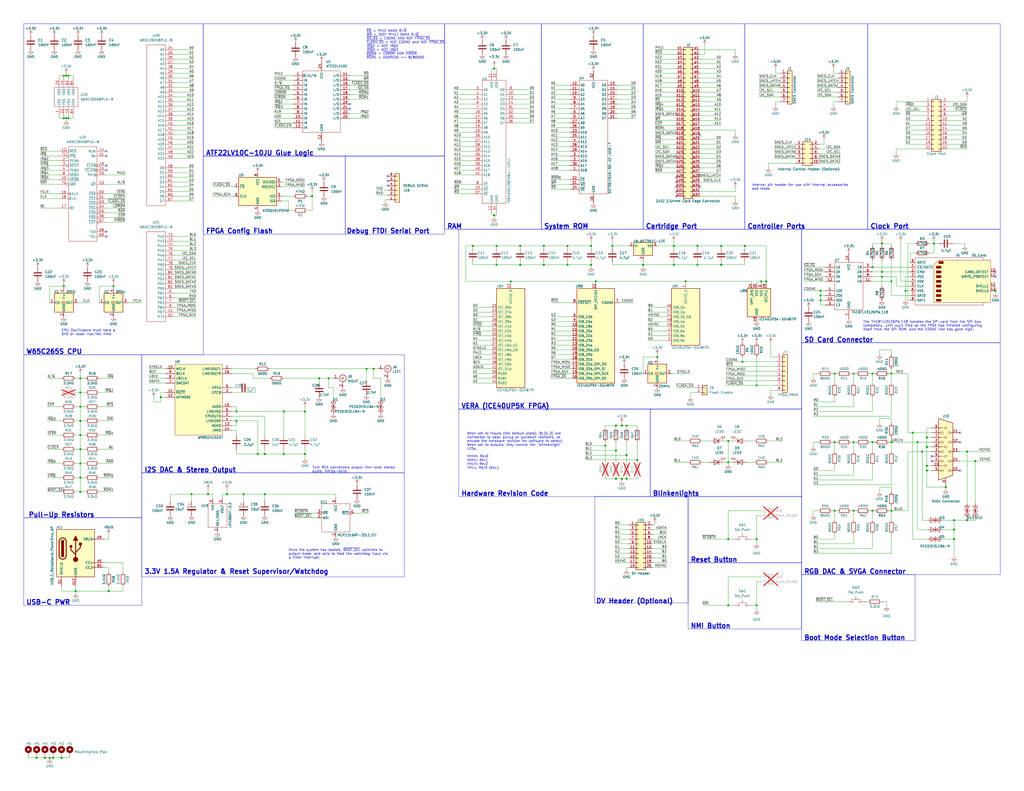
<source format=kicad_sch>
(kicad_sch (version 20230121) (generator eeschema)
  (paper "User" 550.012 424.993)
  (title_block (title "Sentinel 65X") (date "2023-12-10") (rev "0") (company "Studio 8502") (comment 1 "Released under the terms of the MIT license") (comment 2 "Copyright © 2023 Kyle J Cardoza, Studio 8502") (comment 3 "Dedicated to the memory of Earl William \"Madman\" Muntz"))
  (junction (at 36.83 40.64))
  (junction (at 519.43 242.57))
  (junction (at 534.67 156.21))
  (junction (at 508 261.62))
  (junction (at 391.16 325.12))
  (junction (at 43.18 248.92))
  (junction (at 408.94 151.13))
  (junction (at 497.84 252.73))
  (junction (at 43.18 264.16))
  (junction (at 28.575 407.035))
  (junction (at 519.43 279.4))
  (junction (at 334.01 228.6))
  (junction (at 111.76 265.43))
  (junction (at 448.31 200.66))
  (junction (at 473.71 146.05))
  (junction (at 512.445 279.4))
  (junction (at 142.24 265.43))
  (junction (at 398.78 194.31))
  (junction (at 43.18 256.54))
  (junction (at 35.56 40.64))
  (junction (at 330.835 228.6))
  (junction (at 361.95 142.24))
  (junction (at 317.5 132.08))
  (junction (at 361.95 132.08))
  (junction (at 127 220.98))
  (junction (at 60.96 153.67))
  (junction (at 40.64 317.5))
  (junction (at 163.83 220.98))
  (junction (at 167.64 105.41))
  (junction (at 486.41 156.21))
  (junction (at 304.8 132.08))
  (junction (at 127 226.06))
  (junction (at 265.43 115.57))
  (junction (at 196.85 198.12))
  (junction (at 330.835 257.175))
  (junction (at 330.835 241.935))
  (junction (at 368.3 151.13))
  (junction (at 391.16 236.855))
  (junction (at 374.65 132.08))
  (junction (at 292.1 142.24))
  (junction (at 163.83 243.84))
  (junction (at 468.63 200.66))
  (junction (at 406.4 325.12))
  (junction (at 458.47 200.66))
  (junction (at 279.4 142.24))
  (junction (at 171.45 203.2))
  (junction (at 152.4 220.98))
  (junction (at 86.36 213.36))
  (junction (at 34.29 40.64))
  (junction (at 26.67 407.035))
  (junction (at 512.445 289.56))
  (junction (at 35.56 63.5))
  (junction (at 265.43 36.83))
  (junction (at 458.47 274.32))
  (junction (at 34.29 63.5))
  (junction (at 497.84 240.03))
  (junction (at 492.76 237.49))
  (junction (at 43.18 218.44))
  (junction (at 102.87 265.43))
  (junction (at 440.69 156.21))
  (junction (at 391.16 248.285))
  (junction (at 497.84 234.95))
  (junction (at 292.1 132.08))
  (junction (at 279.4 132.08))
  (junction (at 468.63 143.51))
  (junction (at 43.18 203.2))
  (junction (at 43.18 241.3))
  (junction (at 336.55 228.6))
  (junction (at 387.35 142.24))
  (junction (at 317.5 142.24))
  (junction (at 374.65 142.24))
  (junction (at 478.79 151.13))
  (junction (at 440.69 161.29))
  (junction (at 406.4 289.56))
  (junction (at 490.22 232.41))
  (junction (at 58.42 317.5))
  (junction (at 152.4 243.84))
  (junction (at 33.02 407.035))
  (junction (at 497.84 250.19))
  (junction (at 478.79 237.49))
  (junction (at 43.18 226.06))
  (junction (at 495.3 242.57))
  (junction (at 328.93 132.08))
  (junction (at 266.7 142.24))
  (junction (at 342.265 247.015))
  (junction (at 478.79 200.66))
  (junction (at 523.875 247.65))
  (junction (at 473.71 130.81))
  (junction (at 391.16 289.56))
  (junction (at 440.69 158.75))
  (junction (at 24.13 407.035))
  (junction (at 138.43 243.84))
  (junction (at 336.55 244.475))
  (junction (at 43.18 210.82))
  (junction (at 468.63 274.32))
  (junction (at 448.31 237.49))
  (junction (at 36.83 63.5))
  (junction (at 512.445 284.48))
  (junction (at 320.04 151.13))
  (junction (at 274.32 151.13))
  (junction (at 200.66 198.12))
  (junction (at 254 132.08))
  (junction (at 458.47 237.49))
  (junction (at 345.44 142.24))
  (junction (at 468.63 237.49))
  (junction (at 501.65 130.81))
  (junction (at 19.685 407.035))
  (junction (at 334.01 257.175))
  (junction (at 411.48 151.13))
  (junction (at 478.79 274.32))
  (junction (at 473.71 148.59))
  (junction (at 121.92 265.43))
  (junction (at 387.35 132.08))
  (junction (at 176.53 203.2))
  (junction (at 266.7 132.08))
  (junction (at 43.18 233.68))
  (junction (at 336.55 257.175))
  (junction (at 325.12 239.395))
  (junction (at 400.05 132.08))
  (junction (at 406.4 207.01))
  (junction (at 448.31 274.32))
  (junction (at 34.29 153.67))
  (junction (at 130.81 265.43))
  (junction (at 142.24 243.84))
  (junction (at 304.8 142.24))
  (junction (at 353.06 191.77))
  (no_connect (at 515.62 237.49))
  (no_connect (at 500.38 245.11))
  (no_connect (at 57.15 124.46))
  (no_connect (at 208.28 97.155))
  (no_connect (at 363.22 97.79))
  (no_connect (at 363.22 105.41))
  (no_connect (at 57.15 83.82))
  (no_connect (at 57.15 81.28))
  (no_connect (at 187.96 58.42))
  (no_connect (at 208.28 99.695))
  (no_connect (at 375.92 72.39))
  (no_connect (at 57.15 127))
  (no_connect (at 515.62 232.41))
  (no_connect (at 534.67 146.05))
  (no_connect (at 187.96 55.88))
  (no_connect (at 363.22 100.33))
  (no_connect (at 208.28 94.615))
  (no_connect (at 515.62 252.73))
  (no_connect (at 534.67 148.59))
  (no_connect (at 363.22 102.87))
  (no_connect (at 500.38 247.65))
  (no_connect (at 57.15 88.9))
  (no_connect (at 57.15 91.44))
  (no_connect (at 375.92 100.33))
  (no_connect (at 363.22 95.25))
  (wire (pts (xy 481.33 54.61) (xy 481.33 57.15)))
  (wire (pts (xy 431.8 151.13) (xy 443.23 151.13)))
  (wire (pts (xy 405.13 236.855) (xy 401.32 236.855)))
  (wire (pts (xy 295.91 182.88) (xy 307.34 182.88)))
  (wire (pts (xy 351.79 59.69) (xy 363.22 59.69)))
  (wire (pts (xy 468.63 143.51) (xy 488.95 143.51)))
  (wire (pts (xy 438.15 323.215) (xy 454.66 323.215)))
  (wire (pts (xy 363.22 67.31) (xy 351.79 67.31)))
  (wire (pts (xy 45.72 264.16) (xy 43.18 264.16)))
  (wire (pts (xy 40.64 210.82) (xy 43.18 210.82)))
  (wire (pts (xy 254 175.26) (xy 264.16 175.26)))
  (wire (pts (xy 351.79 41.91) (xy 363.22 41.91)))
  (wire (pts (xy 468.63 274.32) (xy 469.9 274.32)))
  (wire (pts (xy 431.8 146.05) (xy 443.23 146.05)))
  (wire (pts (xy 158.115 278.13) (xy 170.18 278.13)))
  (wire (pts (xy 347.98 175.26) (xy 358.14 175.26)))
  (wire (pts (xy 406.4 325.12) (xy 406.4 327.66)))
  (wire (pts (xy 377.19 236.855) (xy 381 236.855)))
  (wire (pts (xy 276.86 66.04) (xy 287.02 66.04)))
  (wire (pts (xy 190.5 275.59) (xy 198.12 275.59)))
  (wire (pts (xy 478.79 234.95) (xy 478.79 237.49)))
  (wire (pts (xy 336.55 244.475) (xy 336.55 248.285)))
  (wire (pts (xy 519.43 52.07) (xy 519.43 54.61)))
  (wire (pts (xy 31.75 40.64) (xy 31.75 41.91)))
  (wire (pts (xy 492.76 237.49) (xy 492.76 284.48)))
  (wire (pts (xy 25.4 241.3) (xy 33.02 241.3)))
  (wire (pts (xy 345.44 139.7) (xy 345.44 142.24)))
  (wire (pts (xy 458.47 200.66) (xy 458.47 205.74)))
  (wire (pts (xy 254 205.74) (xy 264.16 205.74)))
  (wire (pts (xy 375.92 46.99) (xy 387.35 46.99)))
  (wire (pts (xy 21.59 81.28) (xy 31.75 81.28)))
  (wire (pts (xy 254 68.58) (xy 243.84 68.58)))
  (wire (pts (xy 86.36 210.82) (xy 88.9 210.82)))
  (wire (pts (xy 495.3 242.57) (xy 500.38 242.57)))
  (wire (pts (xy 330.835 257.175) (xy 334.01 257.175)))
  (wire (pts (xy 243.84 93.98) (xy 254 93.98)))
  (wire (pts (xy 375.92 29.21) (xy 378.46 29.21)))
  (wire (pts (xy 304.8 132.08) (xy 304.8 133.35)))
  (wire (pts (xy 436.88 260.35) (xy 478.79 260.35)))
  (wire (pts (xy 436.88 218.44) (xy 458.47 218.44)))
  (wire (pts (xy 279.4 140.97) (xy 279.4 142.24)))
  (wire (pts (xy 350.52 304.8) (xy 358.14 304.8)))
  (wire (pts (xy 276.86 60.96) (xy 287.02 60.96)))
  (wire (pts (xy 342.265 255.905) (xy 342.265 257.175)))
  (wire (pts (xy 389.89 199.39) (xy 416.56 199.39)))
  (wire (pts (xy 351.79 77.47) (xy 363.22 77.47)))
  (wire (pts (xy 497.84 240.03) (xy 500.38 240.03)))
  (wire (pts (xy 336.55 228.6) (xy 342.265 228.6)))
  (wire (pts (xy 264.16 115.57) (xy 265.43 115.57)))
  (wire (pts (xy 347.98 167.64) (xy 358.14 167.64)))
  (wire (pts (xy 279.4 132.08) (xy 292.1 132.08)))
  (wire (pts (xy 497.84 250.19) (xy 497.84 252.73)))
  (wire (pts (xy 416.56 36.83) (xy 416.56 39.37)))
  (wire (pts (xy 350.52 287.02) (xy 358.14 287.02)))
  (wire (pts (xy 147.32 40.64) (xy 157.48 40.64)))
  (wire (pts (xy 254 66.04) (xy 243.84 66.04)))
  (wire (pts (xy 478.79 271.78) (xy 478.79 274.32)))
  (wire (pts (xy 325.12 228.6) (xy 325.12 229.87)))
  (wire (pts (xy 351.79 44.45) (xy 363.22 44.45)))
  (wire (pts (xy 93.98 52.07) (xy 104.14 52.07)))
  (wire (pts (xy 330.2 281.94) (xy 337.82 281.94)))
  (wire (pts (xy 509.27 69.85) (xy 519.43 69.85)))
  (wire (pts (xy 483.87 129.54) (xy 483.87 151.13)))
  (wire (pts (xy 351.79 39.37) (xy 363.22 39.37)))
  (wire (pts (xy 412.75 87.63) (xy 412.75 90.17)))
  (wire (pts (xy 363.22 80.01) (xy 351.79 80.01)))
  (wire (pts (xy 276.86 48.26) (xy 287.02 48.26)))
  (wire (pts (xy 486.41 156.21) (xy 486.41 161.29)))
  (wire (pts (xy 330.2 287.02) (xy 337.82 287.02)))
  (wire (pts (xy 167.64 102.87) (xy 167.64 105.41)))
  (wire (pts (xy 295.91 200.66) (xy 307.34 200.66)))
  (wire (pts (xy 93.98 107.95) (xy 104.14 107.95)))
  (wire (pts (xy 93.98 39.37) (xy 104.14 39.37)))
  (wire (pts (xy 187.96 40.64) (xy 198.12 40.64)))
  (wire (pts (xy 86.36 210.82) (xy 86.36 213.36)))
  (wire (pts (xy 93.98 139.7) (xy 105.41 139.7)))
  (wire (pts (xy 314.325 241.935) (xy 330.835 241.935)))
  (wire (pts (xy 25.4 203.2) (xy 33.02 203.2)))
  (wire (pts (xy 152.4 203.2) (xy 171.45 203.2)))
  (wire (pts (xy 196.85 198.12) (xy 196.85 204.47)))
  (wire (pts (xy 496.57 69.85) (xy 486.41 69.85)))
  (wire (pts (xy 198.12 63.5) (xy 187.96 63.5)))
  (wire (pts (xy 121.92 262.89) (xy 121.92 265.43)))
  (wire (pts (xy 21.59 104.14) (xy 31.75 104.14)))
  (wire (pts (xy 254 172.72) (xy 264.16 172.72)))
  (wire (pts (xy 86.36 213.36) (xy 86.36 215.9)))
  (wire (pts (xy 243.84 99.06) (xy 254 99.06)))
  (wire (pts (xy 93.98 167.64) (xy 105.41 167.64)))
  (wire (pts (xy 512.445 289.56) (xy 512.445 299.085)))
  (wire (pts (xy 295.91 185.42) (xy 307.34 185.42)))
  (wire (pts (xy 360.68 200.66) (xy 370.84 200.66)))
  (wire (pts (xy 406.4 276.86) (xy 406.4 289.56)))
  (wire (pts (xy 487.68 200.66) (xy 487.68 232.41)))
  (wire (pts (xy 119.38 265.43) (xy 119.38 267.97)))
  (wire (pts (xy 325.12 237.49) (xy 325.12 239.395)))
  (wire (pts (xy 468.63 130.81) (xy 468.63 132.08)))
  (wire (pts (xy 481.33 80.01) (xy 496.57 80.01)))
  (wire (pts (xy 93.98 134.62) (xy 105.41 134.62)))
  (wire (pts (xy 142.24 241.3) (xy 142.24 243.84)))
  (wire (pts (xy 93.98 157.48) (xy 105.41 157.48)))
  (wire (pts (xy 43.18 200.66) (xy 43.18 203.2)))
  (wire (pts (xy 440.69 158.75) (xy 443.23 158.75)))
  (wire (pts (xy 254 180.34) (xy 264.16 180.34)))
  (wire (pts (xy 274.32 151.13) (xy 274.32 152.4)))
  (wire (pts (xy 292.1 132.08) (xy 304.8 132.08)))
  (wire (pts (xy 375.92 90.17) (xy 387.35 90.17)))
  (wire (pts (xy 394.97 26.67) (xy 394.97 29.21)))
  (wire (pts (xy 450.215 49.53) (xy 438.785 49.53)))
  (wire (pts (xy 306.07 60.96) (xy 295.91 60.96)))
  (wire (pts (xy 458.47 200.66) (xy 459.74 200.66)))
  (wire (pts (xy 31.75 62.23) (xy 31.75 63.5)))
  (wire (pts (xy 250.19 132.08) (xy 254 132.08)))
  (wire (pts (xy 295.91 170.18) (xy 307.34 170.18)))
  (wire (pts (xy 431.8 148.59) (xy 443.23 148.59)))
  (wire (pts (xy 292.1 140.97) (xy 292.1 142.24)))
  (wire (pts (xy 320.04 151.13) (xy 368.3 151.13)))
  (wire (pts (xy 436.88 215.9) (xy 448.31 215.9)))
  (wire (pts (xy 325.12 257.175) (xy 330.835 257.175)))
  (wire (pts (xy 468.63 148.59) (xy 473.71 148.59)))
  (wire (pts (xy 328.93 132.08) (xy 337.82 132.08)))
  (wire (pts (xy 40.64 226.06) (xy 43.18 226.06)))
  (wire (pts (xy 25.4 264.16) (xy 33.02 264.16)))
  (wire (pts (xy 24.13 406.4) (xy 24.13 407.035)))
  (wire (pts (xy 440.055 80.01) (xy 451.485 80.01)))
  (wire (pts (xy 472.44 261.62) (xy 478.79 261.62)))
  (wire (pts (xy 488.95 135.89) (xy 488.95 140.97)))
  (wire (pts (xy 40.64 241.3) (xy 43.18 241.3)))
  (wire (pts (xy 440.055 87.63) (xy 451.485 87.63)))
  (wire (pts (xy 427.355 77.47) (xy 415.925 77.47)))
  (wire (pts (xy 304.8 140.97) (xy 304.8 142.24)))
  (wire (pts (xy 414.02 209.55) (xy 414.02 212.09)))
  (wire (pts (xy 375.92 59.69) (xy 387.35 59.69)))
  (wire (pts (xy 25.4 218.44) (xy 33.02 218.44)))
  (wire (pts (xy 448.31 287.02) (xy 448.31 289.56)))
  (wire (pts (xy 501.65 130.81) (xy 501.65 135.89)))
  (wire (pts (xy 93.98 36.83) (xy 104.14 36.83)))
  (wire (pts (xy 478.79 200.66) (xy 478.79 205.74)))
  (wire (pts (xy 45.72 203.2) (xy 43.18 203.2)))
  (wire (pts (xy 265.43 115.57) (xy 266.7 115.57)))
  (wire (pts (xy 374.65 142.24) (xy 361.95 142.24)))
  (wire (pts (xy 93.98 67.31) (xy 104.14 67.31)))
  (wire (pts (xy 80.01 203.2) (xy 88.9 203.2)))
  (wire (pts (xy 361.95 132.08) (xy 361.95 133.35)))
  (wire (pts (xy 448.31 237.49) (xy 448.31 242.57)))
  (wire (pts (xy 363.22 82.55) (xy 351.79 82.55)))
  (wire (pts (xy 350.52 281.94) (xy 351.79 281.94)))
  (wire (pts (xy 167.64 105.41) (xy 167.64 113.03)))
  (wire (pts (xy 243.84 86.36) (xy 254 86.36)))
  (wire (pts (xy 93.98 129.54) (xy 105.41 129.54)))
  (wire (pts (xy 467.36 200.66) (xy 468.63 200.66)))
  (wire (pts (xy 506.095 289.56) (xy 512.445 289.56)))
  (wire (pts (xy 496.57 72.39) (xy 486.41 72.39)))
  (wire (pts (xy 414.02 209.55) (xy 416.56 209.55)))
  (wire (pts (xy 467.36 274.32) (xy 468.63 274.32)))
  (wire (pts (xy 440.69 158.75) (xy 440.69 161.29)))
  (wire (pts (xy 419.1 41.91) (xy 407.67 41.91)))
  (wire (pts (xy 473.71 129.54) (xy 473.71 130.81)))
  (wire (pts (xy 519.43 242.57) (xy 519.43 270.51)))
  (wire (pts (xy 468.63 200.66) (xy 469.9 200.66)))
  (wire (pts (xy 370.84 210.82) (xy 373.38 210.82)))
  (wire (pts (xy 60.96 241.3) (xy 53.34 241.3)))
  (wire (pts (xy 440.69 156.21) (xy 440.69 158.75)))
  (wire (pts (xy 509.27 74.93) (xy 519.43 74.93)))
  (wire (pts (xy 440.055 85.09) (xy 451.485 85.09)))
  (wire (pts (xy 68.58 162.56) (xy 76.2 162.56)))
  (wire (pts (xy 472.44 187.96) (xy 472.44 190.5)))
  (wire (pts (xy 361.95 129.54) (xy 361.95 132.08)))
  (wire (pts (xy 487.68 130.81) (xy 487.68 161.29)))
  (wire (pts (xy 93.98 77.47) (xy 104.14 77.47)))
  (wire (pts (xy 165.1 105.41) (xy 167.64 105.41)))
  (wire (pts (xy 478.79 224.79) (xy 478.79 227.33)))
  (wire (pts (xy 93.98 41.91) (xy 104.14 41.91)))
  (wire (pts (xy 147.32 63.5) (xy 157.48 63.5)))
  (wire (pts (xy 142.24 243.84) (xy 152.4 243.84)))
  (wire (pts (xy 375.92 41.91) (xy 387.35 41.91)))
  (wire (pts (xy 508 261.62) (xy 508 260.35)))
  (wire (pts (xy 254 50.8) (xy 243.84 50.8)))
  (wire (pts (xy 377.19 325.12) (xy 391.16 325.12)))
  (wire (pts (xy 328.93 132.08) (xy 328.93 133.35)))
  (wire (pts (xy 473.71 139.7) (xy 473.71 146.05)))
  (wire (pts (xy 243.84 83.82) (xy 254 83.82)))
  (wire (pts (xy 448.31 250.19) (xy 448.31 252.73)))
  (wire (pts (xy 468.63 139.7) (xy 468.63 143.51)))
  (wire (pts (xy 60.96 248.92) (xy 53.34 248.92)))
  (wire (pts (xy 250.19 151.13) (xy 274.32 151.13)))
  (wire (pts (xy 264.16 114.3) (xy 264.16 115.57)))
  (wire (pts (xy 347.98 180.34) (xy 358.14 180.34)))
  (wire (pts (xy 436.88 252.73) (xy 448.31 252.73)))
  (wire (pts (xy 468.63 130.81) (xy 473.71 130.81)))
  (wire (pts (xy 375.92 69.85) (xy 394.97 69.85)))
  (wire (pts (xy 391.16 325.12) (xy 393.7 325.12)))
  (wire (pts (xy 152.4 220.98) (xy 152.4 233.68)))
  (wire (pts (xy 416.56 54.61) (xy 419.1 54.61)))
  (wire (pts (xy 518.16 130.81) (xy 518.16 132.08)))
  (wire (pts (xy 483.87 151.13) (xy 488.95 151.13)))
  (wire (pts (xy 151.13 107.95) (xy 154.94 107.95)))
  (wire (pts (xy 306.07 96.52) (xy 295.91 96.52)))
  (wire (pts (xy 306.07 78.74) (xy 295.91 78.74)))
  (wire (pts (xy 351.79 280.67) (xy 351.79 281.94)))
  (wire (pts (xy 124.46 228.6) (xy 127 228.6)))
  (wire (pts (xy 163.83 218.44) (xy 163.83 220.98)))
  (wire (pts (xy 458.47 213.36) (xy 458.47 218.44)))
  (wire (pts (xy 45.72 241.3) (xy 43.18 241.3)))
  (wire (pts (xy 387.35 142.24) (xy 400.05 142.24)))
  (wire (pts (xy 330.835 255.905) (xy 330.835 257.175)))
  (wire (pts (xy 481.33 148.59) (xy 481.33 153.67)))
  (wire (pts (xy 375.92 85.09) (xy 387.35 85.09)))
  (wire (pts (xy 509.27 64.77) (xy 519.43 64.77)))
  (wire (pts (xy 34.29 40.64) (xy 34.29 41.91)))
  (wire (pts (xy 508 262.89) (xy 508 261.62)))
  (wire (pts (xy 154.94 107.95) (xy 154.94 113.03)))
  (wire (pts (xy 124.46 220.98) (xy 127 220.98)))
  (wire (pts (xy 93.98 95.25) (xy 104.14 95.25)))
  (wire (pts (xy 389.89 204.47) (xy 416.56 204.47)))
  (wire (pts (xy 363.22 64.77) (xy 351.79 64.77)))
  (wire (pts (xy 254 200.66) (xy 264.16 200.66)))
  (wire (pts (xy 336.55 257.175) (xy 342.265 257.175)))
  (wire (pts (xy 325.12 255.905) (xy 325.12 257.175)))
  (wire (pts (xy 345.44 142.24) (xy 345.44 143.51)))
  (wire (pts (xy 394.97 105.41) (xy 394.97 107.95)))
  (wire (pts (xy 509.27 72.39) (xy 519.43 72.39)))
  (wire (pts (xy 512.445 279.4) (xy 519.43 279.4)))
  (wire (pts (xy 45.72 256.54) (xy 43.18 256.54)))
  (wire (pts (xy 468.63 200.66) (xy 468.63 205.74)))
  (wire (pts (xy 43.18 256.54) (xy 43.18 264.16)))
  (wire (pts (xy 419.1 49.53) (xy 407.67 49.53)))
  (wire (pts (xy 279.4 132.08) (xy 279.4 133.35)))
  (wire (pts (xy 473.71 148.59) (xy 481.33 148.59)))
  (wire (pts (xy 80.01 200.66) (xy 88.9 200.66)))
  (wire (pts (xy 306.07 99.06) (xy 295.91 99.06)))
  (wire (pts (xy 142.24 223.52) (xy 142.24 233.68)))
  (wire (pts (xy 35.56 40.64) (xy 36.83 40.64)))
  (wire (pts (xy 320.04 151.13) (xy 320.04 152.4)))
  (wire (pts (xy 306.07 66.04) (xy 295.91 66.04)))
  (wire (pts (xy 43.18 248.92) (xy 43.18 256.54)))
  (wire (pts (xy 34.29 63.5) (xy 35.56 63.5)))
  (wire (pts (xy 93.98 127) (xy 105.41 127)))
  (wire (pts (xy 39.37 40.64) (xy 39.37 41.91)))
  (wire (pts (xy 295.91 195.58) (xy 307.34 195.58)))
  (wire (pts (xy 497.84 252.73) (xy 497.84 261.62)))
  (wire (pts (xy 306.07 58.42) (xy 295.91 58.42)))
  (wire (pts (xy 477.52 200.66) (xy 478.79 200.66)))
  (wire (pts (xy 93.98 149.86) (xy 105.41 149.86)))
  (wire (pts (xy 351.79 34.29) (xy 363.22 34.29)))
  (wire (pts (xy 387.35 140.97) (xy 387.35 142.24)))
  (wire (pts (xy 468.63 237.49) (xy 469.9 237.49)))
  (wire (pts (xy 93.98 92.71) (xy 104.14 92.71)))
  (wire (pts (xy 254 71.12) (xy 243.84 71.12)))
  (wire (pts (xy 254 132.08) (xy 254 133.35)))
  (wire (pts (xy 509.27 67.31) (xy 519.43 67.31)))
  (wire (pts (xy 279.4 142.24) (xy 292.1 142.24)))
  (wire (pts (xy 473.71 130.81) (xy 473.71 132.08)))
  (wire (pts (xy 82.55 213.36) (xy 82.55 215.9)))
  (wire (pts (xy 58.42 304.8) (xy 58.42 307.34)))
  (wire (pts (xy 265.43 36.83) (xy 266.7 36.83)))
  (wire (pts (xy 330.835 228.6) (xy 330.835 229.87)))
  (wire (pts (xy 347.98 170.18) (xy 358.14 170.18)))
  (wire (pts (xy 28.575 406.4) (xy 28.575 407.035)))
  (wire (pts (xy 295.91 162.56) (xy 307.34 162.56)))
  (wire (pts (xy 21.59 83.82) (xy 31.75 83.82)))
  (wire (pts (xy 391.16 289.56) (xy 393.7 289.56)))
  (wire (pts (xy 243.84 88.9) (xy 254 88.9)))
  (wire (pts (xy 330.835 241.935) (xy 330.835 248.285)))
  (wire (pts (xy 416.56 54.61) (xy 416.56 57.15)))
  (wire (pts (xy 412.75 87.63) (xy 427.355 87.63)))
  (wire (pts (xy 58.42 289.56) (xy 55.88 289.56)))
  (wire (pts (xy 26.67 153.67) (xy 26.67 162.56)))
  (wire (pts (xy 157.48 45.72) (xy 147.32 45.72)))
  (wire (pts (xy 478.79 250.19) (xy 478.79 260.35)))
  (wire (pts (xy 496.57 74.93) (xy 486.41 74.93)))
  (wire (pts (xy 447.04 274.32) (xy 448.31 274.32)))
  (wire (pts (xy 40.64 317.5) (xy 40.64 318.77)))
  (wire (pts (xy 387.35 132.08) (xy 400.05 132.08)))
  (wire (pts (xy 497.84 229.87) (xy 497.84 234.95)))
  (wire (pts (xy 82.55 215.9) (xy 86.36 215.9)))
  (wire (pts (xy 254 203.2) (xy 264.16 203.2)))
  (wire (pts (xy 472.44 224.79) (xy 472.44 227.33)))
  (wire (pts (xy 331.47 55.88) (xy 341.63 55.88)))
  (wire (pts (xy 336.55 255.905) (xy 336.55 257.175)))
  (wire (pts (xy 254 195.58) (xy 264.16 195.58)))
  (wire (pts (xy 60.96 152.4) (xy 60.96 153.67)))
  (wire (pts (xy 473.71 130.81) (xy 478.79 130.81)))
  (wire (pts (xy 93.98 72.39) (xy 104.14 72.39)))
  (wire (pts (xy 67.31 114.3) (xy 57.15 114.3)))
  (wire (pts (xy 55.88 304.8) (xy 58.42 304.8)))
  (wire (pts (xy 295.91 193.04) (xy 307.34 193.04)))
  (wire (pts (xy 512.445 284.48) (xy 512.445 289.56)))
  (wire (pts (xy 403.86 289.56) (xy 406.4 289.56)))
  (wire (pts (xy 66.04 314.96) (xy 66.04 317.5)))
  (wire (pts (xy 478.79 198.12) (xy 478.79 200.66)))
  (wire (pts (xy 55.88 302.26) (xy 66.04 302.26)))
  (wire (pts (xy 265.43 115.57) (xy 265.43 116.84)))
  (wire (pts (xy 458.47 274.32) (xy 459.74 274.32)))
  (wire (pts (xy 374.65 140.97) (xy 374.65 142.24)))
  (wire (pts (xy 93.98 100.33) (xy 104.14 100.33)))
  (wire (pts (xy 200.66 198.12) (xy 200.66 203.2)))
  (wire (pts (xy 204.47 203.2) (xy 204.47 214.63)))
  (wire (pts (xy 104.14 26.67) (xy 93.98 26.67)))
  (wire (pts (xy 486.41 148.59) (xy 486.41 156.21)))
  (wire (pts (xy 450.215 41.91) (xy 438.785 41.91)))
  (wire (pts (xy 509.27 77.47) (xy 519.43 77.47)))
  (wire (pts (xy 127 231.14) (xy 127 233.68)))
  (wire (pts (xy 207.01 107.315) (xy 208.28 107.315)))
  (wire (pts (xy 93.98 62.23) (xy 104.14 62.23)))
  (wire (pts (xy 60.96 218.44) (xy 53.34 218.44)))
  (wire (pts (xy 33.02 314.96) (xy 33.02 317.5)))
  (wire (pts (xy 33.02 407.035) (xy 37.465 407.035)))
  (wire (pts (xy 447.675 54.61) (xy 447.675 57.15)))
  (wire (pts (xy 476.25 323.215) (xy 476.25 325.755)))
  (wire (pts (xy 93.98 31.75) (xy 104.14 31.75)))
  (wire (pts (xy 43.18 218.44) (xy 43.18 226.06)))
  (wire (pts (xy 350.52 289.56) (xy 358.14 289.56)))
  (wire (pts (xy 347.98 165.1) (xy 358.14 165.1)))
  (wire (pts (xy 187.96 48.26) (xy 198.12 48.26)))
  (wire (pts (xy 436.88 297.18) (xy 478.79 297.18)))
  (wire (pts (xy 468.63 146.05) (xy 473.71 146.05)))
  (wire (pts (xy 266.7 132.08) (xy 266.7 133.35)))
  (wire (pts (xy 436.88 257.81) (xy 468.63 257.81)))
  (wire (pts (xy 93.98 80.01) (xy 104.14 80.01)))
  (wire (pts (xy 121.92 265.43) (xy 130.81 265.43)))
  (wire (pts (xy 427.355 85.09) (xy 415.925 85.09)))
  (wire (pts (xy 391.16 309.88) (xy 408.94 309.88)))
  (wire (pts (xy 33.02 406.4) (xy 33.02 407.035)))
  (wire (pts (xy 486.41 57.15) (xy 496.57 57.15)))
  (wire (pts (xy 127 226.06) (xy 127 228.6)))
  (wire (pts (xy 499.11 130.81) (xy 501.65 130.81)))
  (wire (pts (xy 67.31 99.06) (xy 57.15 99.06)))
  (wire (pts (xy 345.44 142.24) (xy 361.95 142.24)))
  (wire (pts (xy 375.92 49.53) (xy 387.35 49.53)))
  (wire (pts (xy 481.33 153.67) (xy 488.95 153.67)))
  (wire (pts (xy 66.04 302.26) (xy 66.04 307.34)))
  (wire (pts (xy 458.47 237.49) (xy 458.47 242.57)))
  (wire (pts (xy 314.325 239.395) (xy 325.12 239.395)))
  (wire (pts (xy 519.43 279.4) (xy 523.875 279.4)))
  (wire (pts (xy 450.215 52.07) (xy 438.785 52.07)))
  (wire (pts (xy 292.1 132.08) (xy 292.1 133.35)))
  (wire (pts (xy 375.92 64.77) (xy 387.35 64.77)))
  (wire (pts (xy 406.4 276.86) (xy 408.94 276.86)))
  (wire (pts (xy 93.98 97.79) (xy 104.14 97.79)))
  (wire (pts (xy 458.47 237.49) (xy 459.74 237.49)))
  (wire (pts (xy 387.35 142.24) (xy 374.65 142.24)))
  (wire (pts (xy 353.06 132.08) (xy 361.95 132.08)))
  (wire (pts (xy 58.42 317.5) (xy 66.04 317.5)))
  (wire (pts (xy 276.86 58.42) (xy 287.02 58.42)))
  (wire (pts (xy 60.96 233.68) (xy 53.34 233.68)))
  (wire (pts (xy 515.62 242.57) (xy 519.43 242.57)))
  (wire (pts (xy 496.57 59.69) (xy 486.41 59.69)))
  (wire (pts (xy 295.91 88.9) (xy 306.07 88.9)))
  (wire (pts (xy 93.98 137.16) (xy 105.41 137.16)))
  (wire (pts (xy 138.43 226.06) (xy 138.43 243.84)))
  (wire (pts (xy 436.88 294.64) (xy 468.63 294.64)))
  (wire (pts (xy 306.07 101.6) (xy 295.91 101.6)))
  (wire (pts (xy 350.52 294.64) (xy 358.14 294.64)))
  (wire (pts (xy 478.79 139.7) (xy 478.79 151.13)))
  (wire (pts (xy 400.05 140.97) (xy 400.05 142.24)))
  (wire (pts (xy 295.91 86.36) (xy 306.07 86.36)))
  (wire (pts (xy 478.79 261.62) (xy 478.79 264.16)))
  (wire (pts (xy 180.34 265.43) (xy 180.34 267.97)))
  (wire (pts (xy 93.98 29.21) (xy 104.14 29.21)))
  (wire (pts (xy 200.66 198.12) (xy 203.2 198.12)))
  (wire (pts (xy 254 76.2) (xy 243.84 76.2)))
  (wire (pts (xy 254 73.66) (xy 243.84 73.66)))
  (wire (pts (xy 363.22 54.61) (xy 351.79 54.61)))
  (wire (pts (xy 93.98 132.08) (xy 105.41 132.08)))
  (wire (pts (xy 375.92 105.41) (xy 394.97 105.41)))
  (wire (pts (xy 403.86 151.13) (xy 403.86 152.4)))
  (wire (pts (xy 295.91 190.5) (xy 307.34 190.5)))
  (wire (pts (xy 295.91 172.72) (xy 307.34 172.72)))
  (wire (pts (xy 15.24 407.035) (xy 19.685 407.035)))
  (wire (pts (xy 306.07 68.58) (xy 295.91 68.58)))
  (wire (pts (xy 405.13 248.285) (xy 401.32 248.285)))
  (wire (pts (xy 361.95 236.855) (xy 369.57 236.855)))
  (wire (pts (xy 147.32 66.04) (xy 157.48 66.04)))
  (wire (pts (xy 391.16 236.855) (xy 391.16 248.285)))
  (wire (pts (xy 45.72 233.68) (xy 43.18 233.68)))
  (wire (pts (xy 254 167.64) (xy 264.16 167.64)))
  (wire (pts (xy 266.7 132.08) (xy 279.4 132.08)))
  (wire (pts (xy 406.4 191.77) (xy 406.4 207.01)))
  (wire (pts (xy 488.95 135.89) (xy 491.49 135.89)))
  (wire (pts (xy 400.05 132.08) (xy 400.05 133.35)))
  (wire (pts (xy 481.33 80.01) (xy 481.33 82.55)))
  (wire (pts (xy 501.65 129.54) (xy 501.65 130.81)))
  (wire (pts (xy 93.98 160.02) (xy 105.41 160.02)))
  (wire (pts (xy 391.16 274.32) (xy 391.16 289.56)))
  (wire (pts (xy 389.89 201.93) (xy 416.56 201.93)))
  (wire (pts (xy 317.5 142.24) (xy 317.5 143.51)))
  (wire (pts (xy 314.325 247.015) (xy 342.265 247.015)))
  (wire (pts (xy 93.98 152.4) (xy 105.41 152.4)))
  (wire (pts (xy 165.1 113.03) (xy 167.64 113.03)))
  (wire (pts (xy 266.7 140.97) (xy 266.7 142.24)))
  (wire (pts (xy 375.92 36.83) (xy 387.35 36.83)))
  (wire (pts (xy 497.84 229.87) (xy 500.38 229.87)))
  (wire (pts (xy 306.07 63.5) (xy 295.91 63.5)))
  (wire (pts (xy 93.98 34.29) (xy 104.14 34.29)))
  (wire (pts (xy 127 220.98) (xy 152.4 220.98)))
  (wire (pts (xy 295.91 175.26) (xy 307.34 175.26)))
  (wire (pts (xy 473.71 323.215) (xy 476.25 323.215)))
  (wire (pts (xy 363.22 52.07) (xy 351.79 52.07)))
  (wire (pts (xy 93.98 44.45) (xy 104.14 44.45)))
  (wire (pts (xy 330.2 297.18) (xy 337.82 297.18)))
  (wire (pts (xy 496.57 67.31) (xy 486.41 67.31)))
  (wire (pts (xy 57.15 109.22) (xy 67.31 109.22)))
  (wire (pts (xy 436.88 289.56) (xy 448.31 289.56)))
  (wire (pts (xy 163.83 243.84) (xy 163.83 246.38)))
  (wire (pts (xy 464.82 323.215) (xy 466.09 323.215)))
  (wire (pts (xy 440.69 156.21) (xy 443.23 156.21)))
  (wire (pts (xy 448.31 200.66) (xy 449.58 200.66)))
  (wire (pts (xy 419.1 46.99) (xy 407.67 46.99)))
  (wire (pts (xy 34.29 62.23) (xy 34.29 63.5)))
  (wire (pts (xy 420.37 236.855) (xy 412.75 236.855)))
  (wire (pts (xy 254 193.04) (xy 264.16 193.04)))
  (wire (pts (xy 330.2 302.26) (xy 337.82 302.26)))
  (wire (pts (xy 60.96 210.82) (xy 53.34 210.82)))
  (wire (pts (xy 375.92 26.67) (xy 394.97 26.67)))
  (wire (pts (xy 523.875 278.13) (xy 523.875 279.4)))
  (wire (pts (xy 254 187.96) (xy 264.16 187.96)))
  (wire (pts (xy 473.71 148.59) (xy 473.71 153.67)))
  (wire (pts (xy 478.79 274.32) (xy 487.68 274.32)))
  (wire (pts (xy 93.98 144.78) (xy 105.41 144.78)))
  (wire (pts (xy 411.48 151.13) (xy 411.48 152.4)))
  (wire (pts (xy 135.89 200.66) (xy 135.89 203.2)))
  (wire (pts (xy 124.46 210.82) (xy 137.16 210.82)))
  (wire (pts (xy 144.78 198.12) (xy 196.85 198.12)))
  (wire (pts (xy 368.3 151.13) (xy 403.86 151.13)))
  (wire (pts (xy 295.91 81.28) (xy 306.07 81.28)))
  (wire (pts (xy 393.7 236.855) (xy 391.16 236.855)))
  (wire (pts (xy 119.38 265.43) (xy 121.92 265.43)))
  (wire (pts (xy 331.47 50.8) (xy 341.63 50.8)))
  (wire (pts (xy 21.59 91.44) (xy 31.75 91.44)))
  (wire (pts (xy 24.13 407.035) (xy 26.67 407.035)))
  (wire (pts (xy 134.62 208.28) (xy 137.16 208.28)))
  (wire (pts (xy 388.62 236.855) (xy 391.16 236.855)))
  (wire (pts (xy 350.52 297.18) (xy 358.14 297.18)))
  (wire (pts (xy 111.76 262.89) (xy 111.76 265.43)))
  (wire (pts (xy 523.875 247.65) (xy 523.875 270.51)))
  (wire (pts (xy 176.53 203.2) (xy 179.07 203.2)))
  (wire (pts (xy 511.81 130.81) (xy 518.16 130.81)))
  (wire (pts (xy 36.83 40.64) (xy 36.83 41.91)))
  (wire (pts (xy 497.84 250.19) (xy 500.38 250.19)))
  (wire (pts (xy 487.68 242.57) (xy 487.68 274.32)))
  (wire (pts (xy 147.32 58.42) (xy 157.48 58.42)))
  (wire (pts (xy 342.265 237.49) (xy 342.265 247.015)))
  (wire (pts (xy 496.57 64.77) (xy 486.41 64.77)))
  (wire (pts (xy 35.56 39.37) (xy 35.56 40.64)))
  (wire (pts (xy 353.06 190.5) (xy 353.06 191.77)))
  (wire (pts (xy 93.98 90.17) (xy 104.14 90.17)))
  (wire (pts (xy 40.64 218.44) (xy 43.18 218.44)))
  (wire (pts (xy 265.43 35.56) (xy 265.43 36.83)))
  (wire (pts (xy 478.79 130.81) (xy 478.79 132.08)))
  (wire (pts (xy 403.86 325.12) (xy 406.4 325.12)))
  (wire (pts (xy 124.46 200.66) (xy 135.89 200.66)))
  (wire (pts (xy 254 142.24) (xy 266.7 142.24)))
  (wire (pts (xy 447.04 237.49) (xy 448.31 237.49)))
  (wire (pts (xy 317.5 129.54) (xy 317.5 132.08)))
  (wire (pts (xy 420.37 248.285) (xy 412.75 248.285)))
  (wire (pts (xy 35.56 63.5) (xy 36.83 63.5)))
  (wire (pts (xy 34.29 40.64) (xy 35.56 40.64)))
  (wire (pts (xy 375.92 80.01) (xy 387.35 80.01)))
  (wire (pts (xy 350.52 299.72) (xy 358.14 299.72)))
  (wire (pts (xy 254 58.42) (xy 243.84 58.42)))
  (wire (pts (xy 351.79 31.75) (xy 363.22 31.75)))
  (wire (pts (xy 375.92 62.23) (xy 387.35 62.23)))
  (wire (pts (xy 147.32 53.34) (xy 157.48 53.34)))
  (wire (pts (xy 187.96 53.34) (xy 198.12 53.34)))
  (wire (pts (xy 93.98 147.32) (xy 105.41 147.32)))
  (wire (pts (xy 487.68 232.41) (xy 490.22 232.41)))
  (wire (pts (xy 457.2 274.32) (xy 458.47 274.32)))
  (wire (pts (xy 427.355 82.55) (xy 415.925 82.55)))
  (wire (pts (xy 487.68 161.29) (xy 488.95 161.29)))
  (wire (pts (xy 40.64 233.68) (xy 43.18 233.68)))
  (wire (pts (xy 406.4 151.13) (xy 406.4 152.4)))
  (wire (pts (xy 314.325 244.475) (xy 336.55 244.475)))
  (wire (pts (xy 111.76 265.43) (xy 102.87 265.43)))
  (wire (pts (xy 436.88 200.66) (xy 436.88 203.2)))
  (wire (pts (xy 478.79 287.02) (xy 478.79 297.18)))
  (wire (pts (xy 400.05 132.08) (xy 411.48 132.08)))
  (wire (pts (xy 41.91 162.56) (xy 48.26 162.56)))
  (wire (pts (xy 34.29 152.4) (xy 34.29 153.67)))
  (wire (pts (xy 243.84 81.28) (xy 254 81.28)))
  (wire (pts (xy 171.45 203.2) (xy 176.53 203.2)))
  (wire (pts (xy 179.07 208.28) (xy 179.07 214.63)))
  (wire (pts (xy 331.47 60.96) (xy 341.63 60.96)))
  (wire (pts (xy 448.31 274.32) (xy 448.31 279.4)))
  (wire (pts (xy 450.215 44.45) (xy 438.785 44.45)))
  (wire (pts (xy 154.94 113.03) (xy 157.48 113.03)))
  (wire (pts (xy 19.685 406.4) (xy 19.685 407.035)))
  (wire (pts (xy 487.68 130.81) (xy 491.49 130.81)))
  (wire (pts (xy 519.43 59.69) (xy 509.27 59.69)))
  (wire (pts (xy 519.43 242.57) (xy 532.13 242.57)))
  (wire (pts (xy 436.88 292.1) (xy 458.47 292.1)))
  (wire (pts (xy 375.92 95.25) (xy 387.35 95.25)))
  (wire (pts (xy 534.67 156.21) (xy 534.67 157.48)))
  (wire (pts (xy 306.07 73.66) (xy 295.91 73.66)))
  (wire (pts (xy 497.84 234.95) (xy 497.84 240.03)))
  (wire (pts (xy 447.675 36.83) (xy 447.675 39.37)))
  (wire (pts (xy 331.47 45.72) (xy 341.63 45.72)))
  (wire (pts (xy 495.3 242.57) (xy 495.3 279.4)))
  (wire (pts (xy 21.59 99.06) (xy 31.75 99.06)))
  (wire (pts (xy 436.88 274.32) (xy 436.88 276.86)))
  (wire (pts (xy 86.36 213.36) (xy 88.9 213.36)))
  (wire (pts (xy 93.98 49.53) (xy 104.14 49.53)))
  (wire (pts (xy 448.31 200.66) (xy 448.31 205.74)))
  (wire (pts (xy 124.46 231.14) (xy 127 231.14)))
  (wire (pts (xy 147.32 68.58) (xy 157.48 68.58)))
  (wire (pts (xy 295.91 83.82) (xy 306.07 83.82)))
  (wire (pts (xy 472.44 187.96) (xy 478.79 187.96)))
  (wire (pts (xy 487.68 242.57) (xy 495.3 242.57)))
  (wire (pts (xy 102.87 265.43) (xy 102.87 269.24)))
  (wire (pts (xy 53.34 153.67) (xy 60.96 153.67)))
  (wire (pts (xy 304.8 132.08) (xy 317.5 132.08)))
  (wire (pts (xy 375.92 77.47) (xy 387.35 77.47)))
  (wire (pts (xy 295.91 177.8) (xy 307.34 177.8)))
  (wire (pts (xy 93.98 142.24) (xy 105.41 142.24)))
  (wire (pts (xy 40.64 314.96) (xy 40.64 317.5)))
  (wire (pts (xy 43.18 226.06) (xy 43.18 233.68)))
  (wire (pts (xy 15.24 406.4) (xy 15.24 407.035)))
  (wire (pts (xy 127 241.3) (xy 127 243.84)))
  (wire (pts (xy 330.835 237.49) (xy 330.835 241.935)))
  (wire (pts (xy 93.98 154.94) (xy 105.41 154.94)))
  (wire (pts (xy 93.98 64.77) (xy 104.14 64.77)))
  (wire (pts (xy 363.22 208.28) (xy 373.38 208.28)))
  (wire (pts (xy 325.12 228.6) (xy 330.835 228.6)))
  (wire (pts (xy 93.98 165.1) (xy 105.41 165.1)))
  (wire (pts (xy 36.83 40.64) (xy 39.37 40.64)))
  (wire (pts (xy 478.79 187.96) (xy 478.79 190.5)))
  (wire (pts (xy 58.42 287.02) (xy 58.42 289.56)))
  (wire (pts (xy 398.78 194.31) (xy 416.56 194.31)))
  (wire (pts (xy 127 226.06) (xy 138.43 226.06)))
  (wire (pts (xy 389.89 207.01) (xy 406.4 207.01)))
  (wire (pts (xy 408.94 151.13) (xy 408.94 152.4)))
  (wire (pts (xy 201.93 102.235) (xy 208.28 102.235)))
  (wire (pts (xy 406.4 312.42) (xy 406.4 325.12)))
  (wire (pts (xy 472.44 224.79) (xy 478.79 224.79)))
  (wire (pts (xy 436.88 255.27) (xy 458.47 255.27)))
  (wire (pts (xy 130.81 265.43) (xy 142.24 265.43)))
  (wire (pts (xy 375.92 92.71) (xy 387.35 92.71)))
  (wire (pts (xy 486.41 148.59) (xy 488.95 148.59)))
  (wire (pts (xy 40.64 203.2) (xy 43.18 203.2)))
  (wire (pts (xy 60.96 203.2) (xy 53.34 203.2)))
  (wire (pts (xy 33.02 317.5) (xy 40.64 317.5)))
  (wire (pts (xy 374.65 132.08) (xy 387.35 132.08)))
  (wire (pts (xy 93.98 105.41) (xy 104.14 105.41)))
  (wire (pts (xy 387.35 132.08) (xy 387.35 133.35)))
  (wire (pts (xy 330.2 292.1) (xy 337.82 292.1)))
  (wire (pts (xy 34.29 153.67) (xy 34.29 154.94)))
  (wire (pts (xy 523.875 247.65) (xy 532.13 247.65)))
  (wire (pts (xy 274.32 151.13) (xy 320.04 151.13)))
  (wire (pts (xy 468.63 237.49) (xy 468.63 242.57)))
  (wire (pts (xy 60.96 264.16) (xy 53.34 264.16)))
  (wire (pts (xy 440.055 82.55) (xy 451.485 82.55)))
  (wire (pts (xy 254 165.1) (xy 264.16 165.1)))
  (wire (pts (xy 43.18 203.2) (xy 43.18 210.82)))
  (wire (pts (xy 250.19 132.08) (xy 250.19 151.13)))
  (wire (pts (xy 406.4 289.56) (xy 406.4 292.1)))
  (wire (pts (xy 114.3 105.41) (xy 125.73 105.41)))
  (wire (pts (xy 515.62 247.65) (xy 523.875 247.65)))
  (wire (pts (xy 509.27 62.23) (xy 519.43 62.23)))
  (wire (pts (xy 351.79 49.53) (xy 363.22 49.53)))
  (wire (pts (xy 411.48 132.08) (xy 411.48 151.13)))
  (wire (pts (xy 187.96 50.8) (xy 198.12 50.8)))
  (wire (pts (xy 187.96 43.18) (xy 198.12 43.18)))
  (wire (pts (xy 137.16 208.28) (xy 137.16 210.82)))
  (wire (pts (xy 347.98 172.72) (xy 358.14 172.72)))
  (wire (pts (xy 419.1 52.07) (xy 407.67 52.07)))
  (wire (pts (xy 478.79 200.66) (xy 487.68 200.66)))
  (wire (pts (xy 21.59 88.9) (xy 31.75 88.9)))
  (wire (pts (xy 67.31 111.76) (xy 57.15 111.76)))
  (wire (pts (xy 375.92 82.55) (xy 387.35 82.55)))
  (wire (pts (xy 440.69 163.83) (xy 443.23 163.83)))
  (wire (pts (xy 127 243.84) (xy 138.43 243.84)))
  (wire (pts (xy 67.31 104.14) (xy 57.15 104.14)))
  (wire (pts (xy 492.76 284.48) (xy 498.475 284.48)))
  (wire (pts (xy 363.22 85.09) (xy 351.79 85.09)))
  (wire (pts (xy 130.81 265.43) (xy 130.81 269.24)))
  (wire (pts (xy 477.52 237.49) (xy 478.79 237.49)))
  (wire (pts (xy 306.07 45.72) (xy 295.91 45.72)))
  (wire (pts (xy 36.83 63.5) (xy 39.37 63.5)))
  (wire (pts (xy 490.22 232.41) (xy 500.38 232.41)))
  (wire (pts (xy 519.43 278.13) (xy 519.43 279.4)))
  (wire (pts (xy 43.18 241.3) (xy 43.18 248.92)))
  (wire (pts (xy 467.36 237.49) (xy 468.63 237.49)))
  (wire (pts (xy 254 132.08) (xy 266.7 132.08)))
  (wire (pts (xy 147.32 48.26) (xy 157.48 48.26)))
  (wire (pts (xy 254 53.34) (xy 243.84 53.34)))
  (wire (pts (xy 374.65 132.08) (xy 374.65 133.35)))
  (wire (pts (xy 21.59 86.36) (xy 31.75 86.36)))
  (wire (pts (xy 350.52 302.26) (xy 358.14 302.26)))
  (wire (pts (xy 138.43 243.84) (xy 142.24 243.84)))
  (wire (pts (xy 328.93 140.97) (xy 328.93 142.24)))
  (wire (pts (xy 332.74 162.56) (xy 340.36 162.56)))
  (wire (pts (xy 351.79 26.67) (xy 363.22 26.67)))
  (wire (pts (xy 292.1 142.24) (xy 304.8 142.24)))
  (wire (pts (xy 375.92 74.93) (xy 387.35 74.93)))
  (wire (pts (xy 345.44 191.77) (xy 353.06 191.77)))
  (wire (pts (xy 509.27 54.61) (xy 519.43 54.61)))
  (wire (pts (xy 111.76 265.43) (xy 114.3 265.43)))
  (wire (pts (xy 254 190.5) (xy 264.16 190.5)))
  (wire (pts (xy 351.79 69.85) (xy 363.22 69.85)))
  (wire (pts (xy 534.67 153.67) (xy 534.67 156.21)))
  (wire (pts (xy 361.95 132.08) (xy 374.65 132.08)))
  (wire (pts (xy 406.4 207.01) (xy 416.56 207.01)))
  (wire (pts (xy 264.16 36.83) (xy 265.43 36.83)))
  (wire (pts (xy 436.88 223.52) (xy 478.79 223.52)))
  (wire (pts (xy 21.59 93.98) (xy 31.75 93.98)))
  (wire (pts (xy 127 218.44) (xy 127 220.98)))
  (wire (pts (xy 45.72 248.92) (xy 43.18 248.92)))
  (wire (pts (xy 306.07 76.2) (xy 295.91 76.2)))
  (wire (pts (xy 40.64 317.5) (xy 58.42 317.5)))
  (wire (pts (xy 499.11 135.89) (xy 501.65 135.89)))
  (wire (pts (xy 124.46 223.52) (xy 142.24 223.52)))
  (wire (pts (xy 36.83 62.23) (xy 36.83 63.5)))
  (wire (pts (xy 391.16 309.88) (xy 391.16 325.12)))
  (wire (pts (xy 31.75 40.64) (xy 34.29 40.64)))
  (wire (pts (xy 512.445 279.4) (xy 512.445 284.48)))
  (wire (pts (xy 254 78.74) (xy 243.84 78.74)))
  (wire (pts (xy 330.2 284.48) (xy 337.82 284.48)))
  (wire (pts (xy 114.3 265.43) (xy 114.3 267.97)))
  (wire (pts (xy 328.93 142.24) (xy 345.44 142.24)))
  (wire (pts (xy 391.16 274.32) (xy 408.94 274.32)))
  (wire (pts (xy 200.66 203.2) (xy 204.47 203.2)))
  (wire (pts (xy 201.93 104.775) (xy 208.28 104.775)))
  (wire (pts (xy 490.22 232.41) (xy 490.22 289.56)))
  (wire (pts (xy 147.32 55.88) (xy 157.48 55.88)))
  (wire (pts (xy 330.2 289.56) (xy 337.82 289.56)))
  (wire (pts (xy 45.72 218.44) (xy 43.18 218.44)))
  (wire (pts (xy 142.24 265.43) (xy 142.24 269.24)))
  (wire (pts (xy 378.46 24.13) (xy 378.46 29.21)))
  (wire (pts (xy 176.53 203.2) (xy 176.53 208.28)))
  (wire (pts (xy 478.79 158.75) (xy 488.95 158.75)))
  (wire (pts (xy 198.12 60.96) (xy 187.96 60.96)))
  (wire (pts (xy 361.95 140.97) (xy 361.95 142.24)))
  (wire (pts (xy 295.91 187.96) (xy 307.34 187.96)))
  (wire (pts (xy 345.44 191.77) (xy 345.44 200.66)))
  (wire (pts (xy 163.83 220.98) (xy 163.83 233.68)))
  (wire (pts (xy 351.79 90.17) (xy 363.22 90.17)))
  (wire (pts (xy 276.86 55.88) (xy 287.02 55.88)))
  (wire (pts (xy 25.4 226.06) (xy 33.02 226.06)))
  (wire (pts (xy 351.79 36.83) (xy 363.22 36.83)))
  (wire (pts (xy 497.84 240.03) (xy 497.84 250.19)))
  (wire (pts (xy 447.675 54.61) (xy 450.215 54.61)))
  (wire (pts (xy 176.53 208.28) (xy 179.07 208.28)))
  (wire (pts (xy 93.98 170.18) (xy 105.41 170.18)))
  (wire (pts (xy 436.88 274.32) (xy 439.42 274.32)))
  (wire (pts (xy 334.01 227.33) (xy 334.01 228.6)))
  (wire (pts (xy 80.01 198.12) (xy 88.9 198.12)))
  (wire (pts (xy 504.19 130.81) (xy 501.65 130.81)))
  (wire (pts (xy 336.55 304.8) (xy 336.55 306.07)))
  (wire (pts (xy 21.59 111.76) (xy 31.75 111.76)))
  (wire (pts (xy 375.92 97.79) (xy 387.35 97.79)))
  (wire (pts (xy 458.47 250.19) (xy 458.47 255.27)))
  (wire (pts (xy 351.79 92.71) (xy 363.22 92.71)))
  (wire (pts (xy 67.31 119.38) (xy 57.15 119.38)))
  (wire (pts (xy 377.19 248.285) (xy 381 248.285)))
  (wire (pts (xy 147.32 60.96) (xy 157.48 60.96)))
  (wire (pts (xy 331.47 53.34) (xy 341.63 53.34)))
  (wire (pts (xy 26.67 407.035) (xy 26.67 407.67)))
  (wire (pts (xy 147.32 50.8) (xy 157.48 50.8)))
  (wire (pts (xy 40.64 264.16) (xy 43.18 264.16)))
  (wire (pts (xy 317.5 140.97) (xy 317.5 142.24)))
  (wire (pts (xy 363.22 62.23) (xy 351.79 62.23)))
  (wire (pts (xy 419.1 44.45) (xy 407.67 44.45)))
  (wire (pts (xy 391.16 248.285) (xy 391.16 249.555)))
  (wire (pts (xy 363.22 72.39) (xy 351.79 72.39)))
  (wire (pts (xy 506.095 279.4) (xy 512.445 279.4)))
  (wire (pts (xy 124.46 208.28) (xy 127 208.28)))
  (wire (pts (xy 363.22 87.63) (xy 351.79 87.63)))
  (wire (pts (xy 45.72 210.82) (xy 43.18 210.82)))
  (wire (pts (xy 295.91 180.34) (xy 307.34 180.34)))
  (wire (pts (xy 496.57 62.23) (xy 486.41 62.23)))
  (wire (pts (xy 135.89 203.2) (xy 144.78 203.2)))
  (wire (pts (xy 436.88 200.66) (xy 439.42 200.66)))
  (wire (pts (xy 67.31 116.84) (xy 57.15 116.84)))
  (wire (pts (xy 254 198.12) (xy 264.16 198.12)))
  (wire (pts (xy 266.7 142.24) (xy 279.4 142.24)))
  (wire (pts (xy 254 63.5) (xy 243.84 63.5)))
  (wire (pts (xy 254 104.14) (xy 243.84 104.14)))
  (wire (pts (xy 35.56 63.5) (xy 35.56 64.77)))
  (wire (pts (xy 330.835 228.6) (xy 334.01 228.6)))
  (wire (pts (xy 336.55 228.6) (xy 336.55 229.87)))
  (wire (pts (xy 102.87 265.43) (xy 91.44 265.43)))
  (wire (pts (xy 468.63 250.19) (xy 468.63 257.81)))
  (wire (pts (xy 448.31 274.32) (xy 449.58 274.32)))
  (wire (pts (xy 472.44 261.62) (xy 472.44 264.16)))
  (wire (pts (xy 442.595 74.93) (xy 442.595 77.47)))
  (wire (pts (xy 21.59 106.68) (xy 31.75 106.68)))
  (wire (pts (xy 60.96 153.67) (xy 60.96 154.94)))
  (wire (pts (xy 336.55 304.8) (xy 337.82 304.8)))
  (wire (pts (xy 492.76 237.49) (xy 500.38 237.49)))
  (wire (pts (xy 458.47 287.02) (xy 458.47 292.1)))
  (wire (pts (xy 436.88 237.49) (xy 436.88 240.03)))
  (wire (pts (xy 375.92 39.37) (xy 387.35 39.37)))
  (wire (pts (xy 93.98 102.87) (xy 104.14 102.87)))
  (wire (pts (xy 375.92 87.63) (xy 387.35 87.63)))
  (wire (pts (xy 370.84 210.82) (xy 370.84 213.36)))
  (wire (pts (xy 347.98 182.88) (xy 358.14 182.88)))
  (wire (pts (xy 25.4 248.92) (xy 33.02 248.92)))
  (wire (pts (xy 330.2 299.72) (xy 337.82 299.72)))
  (wire (pts (xy 375.92 54.61) (xy 387.35 54.61)))
  (wire (pts (xy 93.98 54.61) (xy 104.14 54.61)))
  (wire (pts (xy 408.94 151.13) (xy 411.48 151.13)))
  (wire (pts (xy 496.57 77.47) (xy 486.41 77.47)))
  (wire (pts (xy 254 185.42) (xy 264.16 185.42)))
  (wire (pts (xy 477.52 274.32) (xy 478.79 274.32)))
  (wire (pts (xy 331.47 63.5) (xy 341.63 63.5)))
  (wire (pts (xy 351.79 57.15) (xy 363.22 57.15)))
  (wire (pts (xy 368.3 151.13) (xy 368.3 152.4)))
  (wire (pts (xy 40.64 248.92) (xy 43.18 248.92)))
  (wire (pts (xy 334.01 257.175) (xy 336.55 257.175)))
  (wire (pts (xy 350.52 292.1) (xy 358.14 292.1)))
  (wire (pts (xy 389.89 196.85) (xy 416.56 196.85)))
  (wire (pts (xy 93.98 69.85) (xy 104.14 69.85)))
  (wire (pts (xy 331.47 58.42) (xy 341.63 58.42)))
  (wire (pts (xy 157.48 43.18) (xy 147.32 43.18)))
  (wire (pts (xy 43.18 210.82) (xy 43.18 218.44)))
  (wire (pts (xy 436.88 220.98) (xy 468.63 220.98)))
  (wire (pts (xy 243.84 91.44) (xy 254 91.44)))
  (wire (pts (xy 254 101.6) (xy 243.84 101.6)))
  (wire (pts (xy 254 170.18) (xy 264.16 170.18)))
  (wire (pts (xy 347.98 177.8) (xy 358.14 177.8)))
  (wire (pts (xy 375.92 34.29) (xy 387.35 34.29)))
  (wire (pts (xy 468.63 151.13) (xy 478.79 151.13)))
  (wire (pts (xy 93.98 57.15) (xy 104.14 57.15)))
  (wire (pts (xy 163.83 241.3) (xy 163.83 243.84)))
  (wire (pts (xy 375.92 57.15) (xy 387.35 57.15)))
  (wire (pts (xy 342.265 247.015) (xy 342.265 248.285)))
  (wire (pts (xy 497.84 252.73) (xy 500.38 252.73)))
  (wire (pts (xy 450.215 46.99) (xy 438.785 46.99)))
  (wire (pts (xy 468.63 213.36) (xy 468.63 220.98)))
  (wire (pts (xy 40.64 256.54) (xy 43.18 256.54)))
  (wire (pts (xy 306.07 50.8) (xy 295.91 50.8)))
  (wire (pts (xy 389.89 194.31) (xy 398.78 194.31)))
  (wire (pts (xy 45.72 226.06) (xy 43.18 226.06)))
  (wire (pts (xy 375.92 67.31) (xy 387.35 67.31)))
  (wire (pts (xy 351.79 74.93) (xy 363.22 74.93)))
  (wire (pts (xy 457.2 237.49) (xy 458.47 237.49)))
  (wire (pts (xy 124.46 226.06) (xy 127 226.06)))
  (wire (pts (xy 93.98 59.69) (xy 104.14 59.69)))
  (wire (pts (xy 93.98 85.09) (xy 104.14 85.09)))
  (wire (pts (xy 353.06 191.77) (xy 353.06 193.04)))
  (wire (pts (xy 93.98 46.99) (xy 104.14 46.99)))
  (wire (pts (xy 114.3 100.33) (xy 125.73 100.33)))
  (wire (pts (xy 306.07 71.12) (xy 295.91 71.12)))
  (wire (pts (xy 124.46 198.12) (xy 137.16 198.12)))
  (wire (pts (xy 152.4 241.3) (xy 152.4 243.84)))
  (wire (pts (xy 375.92 31.75) (xy 387.35 31.75)))
  (wire (pts (xy 266.7 114.3) (xy 266.7 115.57)))
  (wire (pts (xy 93.98 162.56) (xy 105.41 162.56)))
  (wire (pts (xy 509.27 57.15) (xy 519.43 57.15)))
  (wire (pts (xy 207.01 107.315) (xy 207.01 108.585)))
  (wire (pts (xy 497.84 234.95) (xy 500.38 234.95)))
  (wire (pts (xy 39.37 62.23) (xy 39.37 63.5)))
  (wire (pts (xy 152.4 243.84) (xy 163.83 243.84)))
  (wire (pts (xy 431.8 143.51) (xy 443.23 143.51)))
  (wire (pts (xy 448.31 213.36) (xy 448.31 215.9)))
  (wire (pts (xy 295.91 91.44) (xy 306.07 91.44)))
  (wire (pts (xy 295.91 203.2) (xy 307.34 203.2)))
  (wire (pts (xy 375.92 44.45) (xy 387.35 44.45)))
  (wire (pts (xy 478.79 151.13) (xy 478.79 158.75)))
  (wire (pts (xy 331.47 48.26) (xy 341.63 48.26)))
  (wire (pts (xy 406.4 151.13) (xy 408.94 151.13)))
  (wire (pts (xy 478.79 237.49) (xy 492.76 237.49)))
  (wire (pts (xy 26.67 407.035) (xy 28.575 407.035)))
  (wire (pts (xy 478.79 274.32) (xy 478.79 279.4)))
  (wire (pts (xy 93.98 74.93) (xy 104.14 74.93)))
  (wire (pts (xy 37.465 406.4) (xy 37.465 407.035)))
  (wire (pts (xy 25.4 233.68) (xy 33.02 233.68)))
  (wire (pts (xy 295.91 198.12) (xy 307.34 198.12)))
  (wire (pts (xy 394.97 69.85) (xy 394.97 72.39)))
  (wire (pts (xy 304.8 142.24) (xy 317.5 142.24)))
  (wire (pts (xy 151.13 100.33) (xy 163.83 100.33)))
  (wire (pts (xy 58.42 314.96) (xy 58.42 317.5)))
  (wire (pts (xy 43.18 233.68) (xy 43.18 241.3)))
  (wire (pts (xy 67.31 93.98) (xy 57.15 93.98)))
  (wire (pts (xy 151.13 97.79) (xy 163.83 97.79)))
  (wire (pts (xy 254 55.88) (xy 243.84 55.88)))
  (wire (pts (xy 495.3 279.4) (xy 498.475 279.4)))
  (wire (pts (xy 436.88 237.49) (xy 439.42 237.49)))
  (wire (pts (xy 440.69 161.29) (xy 440.69 163.83)))
  (wire (pts (xy 468.63 274.32) (xy 468.63 279.4)))
  (wire (pts (xy 276.86 63.5) (xy 287.02 63.5)))
  (wire (pts (xy 254 182.88) (xy 264.16 182.88)))
  (wire (pts (xy 266.7 36.83) (xy 266.7 38.1)))
  (wire (pts (xy 254 48.26) (xy 243.84 48.26)))
  (wire (pts (xy 342.265 228.6) (xy 342.265 229.87)))
  (wire (pts (xy 124.46 218.44) (xy 127 218.44)))
  (wire (pts (xy 325.12 239.395) (xy 325.12 248.285)))
  (wire (pts (xy 458.47 274.32) (xy 458.47 279.4)))
  (wire (pts (xy 431.8 156.21) (xy 440.69 156.21)))
  (wire (pts (xy 171.45 203.2) (xy 171.45 205.74)))
  (wire (pts (xy 142.24 265.43) (xy 180.34 265.43)))
  (wire (pts (xy 442.595 77.47) (xy 440.055 77.47)))
  (wire (pts (xy 406.4 312.42) (xy 408.94 312.42)))
  (wire (pts (xy 31.75 63.5) (xy 34.29 63.5)))
  (wire (pts (xy 93.98 82.55) (xy 104.14 82.55)))
  (wire (pts (xy 317.5 132.08) (xy 317.5 133.35)))
  (wire (pts (xy 254 60.96) (xy 243.84 60.96)))
  (wire (pts (xy 414.02 191.77) (xy 416.56 191.77)))
  (wire (pts (xy 28.575 407.035) (xy 33.02 407.035)))
  (wire (pts (xy 398.78 191.77) (xy 398.78 194.31)))
  (wire (pts (xy 198.12 45.72) (xy 187.96 45.72)))
  (wire (pts (xy 306.07 48.26) (xy 295.91 48.26)))
  (wire (pts (xy 497.84 261.62) (xy 508 261.62)))
  (wire (pts (xy 276.86 50.8) (xy 287.02 50.8)))
  (wire (pts (xy 196.85 198.12) (xy 200.66 198.12)))
  (wire (pts (xy 414.02 184.15) (xy 414.02 191.77)))
  (wire (pts (xy 490.22 289.56) (xy 498.475 289.56)))
  (wire (pts (xy 306.07 55.88) (xy 295.91 55.88)))
  (wire (pts (xy 351.79 29.21) (xy 363.22 29.21)))
  (wire (pts (xy 254 177.8) (xy 264.16 177.8)))
  (wire (pts (xy 67.31 106.68) (xy 57.15 106.68)))
  (wire (pts (xy 416.56 39.37) (xy 419.1 39.37)))
  (wire (pts (xy 26.67 153.67) (xy 34.29 153.67)))
  (wire (pts (xy 448.31 237.49) (xy 449.58 237.49)))
  (wire (pts (xy 91.44 265.43) (xy 91.44 269.24)))
  (wire (pts (xy 447.04 200.66) (xy 448.31 200.66)))
  (wire (pts (xy 506.095 284.48) (xy 512.445 284.48)))
  (wire (pts (xy 481.33 54.61) (xy 496.57 54.61)))
  (wire (pts (xy 60.96 226.06) (xy 53.34 226.06)))
  (wire (pts (xy 351.79 46.99) (xy 363.22 46.99)))
  (wire (pts (xy 328.93 129.54) (xy 328.93 132.08)))
  (wire (pts (xy 440.69 161.29) (xy 443.23 161.29)))
  (wire (pts (xy 264.16 36.83) (xy 264.16 38.1)))
  (wire (pts (xy 25.4 256.54) (xy 33.02 256.54)))
  (wire (pts (xy 330.2 294.64) (xy 337.82 294.64)))
  (wire (pts (xy 158.115 275.59) (xy 170.18 275.59)))
  (wire (pts (xy 457.2 200.66) (xy 458.47 200.66)))
  (wire (pts (xy 151.13 105.41) (xy 157.48 105.41)))
  (wire (pts (xy 519.43 80.01) (xy 509.27 80.01)))
  (wire (pts (xy 152.4 220.98) (xy 163.83 220.98)))
  (wire (pts (xy 334.01 257.175) (xy 334.01 258.445)))
  (wire (pts (xy 254 142.24) (xy 254 140.97)))
  (wire (pts (xy 21.59 96.52) (xy 31.75 96.52)))
  (wire (pts (xy 276.86 53.34) (xy 287.02 53.34)))
  (wire (pts (xy 394.97 100.33) (xy 394.97 102.87)))
  (wire (pts (xy 350.52 284.48) (xy 358.14 284.48)))
  (wire (pts (xy 393.7 248.285) (xy 391.16 248.285)))
  (wire (pts (xy 447.675 39.37) (xy 450.215 39.37)))
  (wire (pts (xy 486.41 156.21) (xy 488.95 156.21)))
  (wire (pts (xy 306.07 53.34) (xy 295.91 53.34)))
  (wire (pts (xy 53.34 153.67) (xy 53.34 162.56)))
  (wire (pts (xy 334.01 228.6) (xy 336.55 228.6)))
  (wire (pts (xy 375.92 102.87) (xy 394.97 102.87)))
  (wire (pts (xy 19.685 407.035) (xy 24.13 407.035)))
  (wire (pts (xy 478.79 237.49) (xy 478.79 242.57)))
  (wire (pts (xy 375.92 52.07) (xy 387.35 52.07)))
  (wire (pts (xy 80.01 205.74) (xy 88.9 205.74)))
  (wire (pts (xy 473.71 146.05) (xy 488.95 146.05)))
  (wire (pts (xy 427.355 80.01) (xy 415.925 80.01)))
  (wire (pts (xy 60.96 256.54) (xy 53.34 256.54)))
  (wire (pts (xy 377.19 289.56) (xy 391.16 289.56)))
  (wire (pts (xy 468.63 287.02) (xy 468.63 294.64)))
  (wire (pts (xy 388.62 248.285) (xy 391.16 248.285)))
  (wire (pts (xy 361.95 248.285) (xy 369.57 248.285)))
  (wire (pts (xy 336.55 237.49) (xy 336.55 244.475)))
  (wire (pts (xy 478.79 213.36) (xy 478.79 223.52)))
  (rectangle (start 109.22 83.82) (end 185.42 125.73))
  (rectangle (start 20.32 276.86) (end 20.32 276.86))
  (rectangle (start 290.83 12.7) (end 345.44 123.19))
  (rectangle (start 430.53 308.61) (end 491.49 344.17))
  (rectangle (start 238.76 12.7) (end 290.83 123.19))
  (rectangle (start 400.05 12.7) (end 466.09 123.19))
  (rectangle (start 466.09 12.7) (end 537.21 123.19))
  (rectangle (start 430.53 184.15) (end 537.21 308.61))
  (rectangle (start 369.57 266.7) (end 430.53 302.26))
  (rectangle (start 76.2 190.5) (end 217.17 254))
  (rectangle (start 319.405 266.7) (end 369.57 323.85))
  (rectangle (start 12.7 278.13) (end 76.2 325.12))
  (rectangle (start 246.38 219.71) (end 349.25 266.7))
  (rectangle (start 185.42 83.82) (end 238.76 125.73))
  (rectangle (start 246.38 123.19) (end 430.53 219.71))
  (rectangle (start 369.57 302.26) (end 430.53 337.82))
  (rectangle (start 109.22 12.7) (end 238.76 83.82))
  (rectangle (start 345.44 12.7) (end 400.05 123.19))
  (rectangle (start 12.7 190.5) (end 76.2 278.13))
  (rectangle (start 349.25 219.71) (end 430.53 266.7))
  (rectangle (start 76.2 254) (end 217.17 309.88))
  (rectangle (start 430.53 123.19) (end 537.21 184.15))
  (rectangle (start 295.91 120.65) (end 295.91 120.65))
  (rectangle (start 12.7 12.7) (end 109.22 190.5))
  (text "Reset Button" (at 370.84 302.26 0) (effects (font (size 2.54 2.54) (thickness 0.508) bold) (justify left bottom)))
  (text "SD Card Connector" (at 431.8 184.15 0) (effects (font (size 2.54 2.54) (thickness 0.508) bold) (justify left bottom)))
  (text "W65C265S CPU" (at 13.97 190.5 0) (effects (font (size 2.54 2.54) (thickness 0.508) bold) (justify left bottom)))
  (text "Cartridge Port" (at 346.71 123.19 0) (effects (font (size 2.54 2.54) (thickness 0.508) bold) (justify left bottom)))
  (text "ATF22LV10C-10JU Glue Logic" (at 110.49 83.82 0) (effects (font (size 2.54 2.54) (thickness 0.508) bold) (justify left bottom)))
  (text "Controller Ports" (at 401.32 123.19 0) (effects (font (size 2.54 2.54) (thickness 0.508) bold) (justify left bottom)))
  (text "Blinkenlights" (at 350.52 266.7 0) (effects (font (size 2.54 2.54) (thickness 0.508) bold) (justify left bottom)))
  (text "System ROM" (at 292.1 123.19 0) (effects (font (size 2.54 2.54) (thickness 0.508) bold) (justify left bottom)))
  (text "Hardware Revision Code" (at 247.65 266.7 0) (effects (font (size 2.54 2.54) (thickness 0.508) bold) (justify left bottom)))
  (text "RAM" (at 240.03 123.19 0) (effects (font (size 2.54 2.54) (thickness 0.508) bold) (justify left bottom)))
  (text "Internal pin header for use with internal accessories\nand mods" (at 403.86 102.235 0) (effects (font (size 1.27 1.27)) (justify left bottom)))
  (text "Pull-Up Resistors" (at 15.24 278.13 0) (effects (font (size 2.54 2.54) (thickness 0.508) bold) (justify left bottom)))
  (text "Debug FTDI Serial Port" (at 186.055 125.73 0) (effects (font (size 2.54 2.54) (thickness 0.508) bold) (justify left bottom)))
  (text "Once the system has booted, ~{BOOT_SEL} switches to\noutput mode, and acts to feed the watchdog input via\na timer interrupt." (at 154.94 300.355 0) (effects (font (size 1.27 1.27)) (justify left bottom)))
  (text "CPU Osclillators must have a\n5nS or lower rise/fall time" (at 33.02 180.34 0) (effects (font (size 1.27 1.27)) (justify left bottom)))
  (text "The 74CBTLV3126PW,118 isolates the SPI card from the SPI bus\ncompletely, until such time as the FPGA has finished configuring \nitself from the SPI ROM, and the CDONE line has gone high." (at 463.55 177.8 0) (effects (font (size 1.27 1.27)) (justify left bottom)))
  (text "VERA (iCE40UP5K FPGA)" (at 247.65 219.71 0) (effects (font (size 2.54 2.54) (thickness 0.508) bold) (justify left bottom)))
  (text "FPGA Config Flash" (at 110.49 125.73 0) (effects (font (size 2.54 2.54) (thickness 0.508) bold) (justify left bottom)))
  (text "3.3V 1.5A Regulator & Reset Supervisor/Watchdog" (at 77.47 308.61 0) (effects (font (size 2.54 2.54) (thickness 0.508) bold) (justify left bottom)))
  (text "Twin RCA connectors output line-level stereo\naudio, Amiga-style." (at 167.64 254 0) (effects (font (size 1.27 1.27)) (justify left bottom)))
  (text "I2S DAC & Stereo Output" (at 77.47 254 0) (effects (font (size 2.54 2.54) (thickness 0.508) bold) (justify left bottom)))
  (text "NMI Button" (at 370.84 337.82 0) (effects (font (size 2.54 2.54) (thickness 0.508) bold) (justify left bottom)))
  (text "USB-C PWR" (at 13.97 325.12 0) (effects (font (size 2.54 2.54) (thickness 0.508) bold) (justify left bottom)))
  (text "~{RD} = PHI2 NAND R/~{W}\n~{WR} = (NOT PHI1) NAND R/~{W}\n~{SD_SS} = CDONE AND NOT ~{FPGA_SS}\n~{FLASH_SS} = NOT CDONE and NOT ~{FPGA_SS}\n~{IRQ}2 = NOT IRQ2\n~{IRQ}3 = NOT IRQ3\n~{ROM}0 = ~{LOROM} XOR ~{HIROM}\n~{ROM}1 = ADDRESS >= $C80000" (at 196.85 31.75 0) (effects (font (size 1.27 1.27)) (justify left bottom)))
  (text "When set to inputs (the default state), BL[0..3] are \nconnected to weak pullup or pulldown resistors, to\nencode the hardware revision for software to detect.\nWhen set to outputs, they control the \"blinkenlight\" \nLEDs.\n\nHHHH: Rev0\nHHHL: Rev1\nHHLH: Rev2\nHHLL: Rev3 (etc.)" (at 250.825 252.095 0) (effects (font (size 1.27 1.27)) (justify left bottom)))
  (text "RGB DAC & SVGA Connector" (at 431.8 308.61 0) (effects (font (size 2.54 2.54) (thickness 0.508) bold) (justify left bottom)))
  (text "DV Header (Optional)" (at 320.04 324.485 0) (effects (font (size 2.54 2.54) (thickness 0.508) bold) (justify left bottom)))
  (text "Boot Mode Selection Button" (at 431.8 344.17 0) (effects (font (size 2.54 2.54) (thickness 0.508) bold) (justify left bottom)))
  (text "Clock Port" (at 467.36 123.19 0) (effects (font (size 2.54 2.54) (thickness 0.508) bold) (justify left bottom)))
  (label "~{RD}" (at 351.79 54.61 0))
  (label "~{BOOT_SEL}" (at 25.4 264.16 0))
  (label "SYSCLK" (at 358.14 292.1 180))
  (label "BL0" (at 361.95 236.855 0))
  (label "A15" (at 104.14 64.77 180))
  (label "~{CLOCK}" (at 519.43 59.69 180))
  (label "D0" (at 387.35 74.93 180))
  (label "A17" (at 104.14 69.85 180))
  (label "SNES_LATCH" (at 387.35 95.25 180))
  (label "G3" (at 436.88 260.35 0))
  (label "A21" (at 104.14 80.01 180))
  (label "LRCK" (at 254 193.04 0))
  (label "D2" (at 387.35 80.01 180))
  (label "FCLK" (at 21.59 104.14 0))
  (label "~{ROM}1" (at 351.79 69.85 0))
  (label "I2C_SCL" (at 438.785 49.53 0))
  (label "VSYNC" (at 330.2 302.26 0))
  (label "SNES_DATA3" (at 351.79 62.23 0))
  (label "A16" (at 351.79 49.53 0))
  (label "~{IRQ}3" (at 25.4 226.06 0))
  (label "SNES_CLK" (at 387.35 97.79 180))
  (label "SNES_LATCH" (at 438.785 44.45 0))
  (label "~{VERA}" (at 25.4 233.68 0))
  (label "D6" (at 387.35 90.17 180))
  (label "D7" (at 104.14 107.95 180))
  (label "A13" (at 243.84 81.28 0))
  (label "D3" (at 387.35 82.55 180))
  (label "~{EXP}" (at 25.4 218.44 0))
  (label "B1" (at 347.98 167.64 0))
  (label "FPGA_MISO" (at 105.41 167.64 180))
  (label "A18" (at 351.79 44.45 0))
  (label "A3" (at 387.35 39.37 180))
  (label "~{IRQ}" (at 21.59 83.82 0))
  (label "G2" (at 330.2 297.18 0))
  (label "PHI2" (at 147.32 40.64 0))
  (label "FPGA_MISO" (at 431.8 151.13 0))
  (label "IRQ3" (at 21.59 91.44 0))
  (label "A7" (at 387.35 49.53 180))
  (label "A12" (at 387.35 62.23 180))
  (label "~{SD_SS}" (at 198.12 48.26 180))
  (label "BL1" (at 361.95 248.285 0))
  (label "B2" (at 358.14 297.18 180))
  (label "FPGA_SCK" (at 105.41 170.18 180))
  (label "A18" (at 295.91 91.44 0))
  (label "CLK" (at 48.26 162.56 180))
  (label "D1" (at 104.14 92.71 180))
  (label "R2" (at 436.88 220.98 0))
  (label "ADATA" (at 254 198.12 0))
  (label "A20" (at 104.14 77.47 180))
  (label "A22" (at 104.14 82.55 180))
  (label "BL3" (at 420.37 248.285 180))
  (label "A17" (at 243.84 91.44 0))
  (label "A2" (at 254 185.42 0))
  (label "A10" (at 243.84 73.66 0))
  (label "~{ROM}0" (at 60.96 256.54 180))
  (label "~{SD_SS}" (at 431.8 143.51 0))
  (label "FPGA_MOSI" (at 295.91 195.58 0))
  (label "G3" (at 295.91 172.72 0))
  (label "D2" (at 341.63 50.8 180))
  (label "B3" (at 347.98 177.8 0))
  (label "D0" (at 341.63 45.72 180))
  (label "~{IRQ}4" (at 21.59 93.98 0))
  (label "A4" (at 254 182.88 0))
  (label "D7" (at 287.02 66.04 180))
  (label "A4" (at 104.14 36.83 180))
  (label "SNES_DATA1" (at 105.41 149.86 180))
  (label "A9" (at 243.84 71.12 0))
  (label "A6" (at 295.91 60.96 0))
  (label "A9" (at 104.14 49.53 180))
  (label "A1" (at 254 200.66 0))
  (label "A11" (at 387.35 59.69 180))
  (label "A14" (at 104.14 62.23 180))
  (label "A14" (at 295.91 81.28 0))
  (label "~{IRQ}2" (at 486.41 57.15 0))
  (label "~{EXP}" (at 67.31 116.84 180))
  (label "D0" (at 287.02 48.26 180))
  (label "D6" (at 519.43 69.85 180))
  (label "BL0" (at 314.325 239.395 0))
  (label "D2" (at 287.02 53.34 180))
  (label "~{IRQ}2" (at 60.96 210.82 180))
  (label "RED" (at 485.14 200.66 180))
  (label "A17" (at 295.91 88.9 0))
  (label "A4" (at 295.91 55.88 0))
  (label "D4" (at 295.91 182.88 0))
  (label "~{RAM}" (at 67.31 114.3 180))
  (label "~{BOOT_SEL}" (at 158.115 278.13 0))
  (label "TXD" (at 105.41 157.48 180))
  (label "A0" (at 243.84 48.26 0))
  (label "A8" (at 243.84 68.58 0))
  (label "A17" (at 351.79 46.99 0))
  (label "A5" (at 295.91 58.42 0))
  (label "~{RD}" (at 198.12 40.64 180))
  (label "~{NMI}" (at 21.59 99.06 0))
  (label "~{RES}" (at 351.79 29.21 0))
  (label "A8" (at 104.14 46.99 180))
  (label "~{FPGA_SS}" (at 147.32 48.26 0))
  (label "RXD" (at 201.93 104.775 0))
  (label "D1" (at 486.41 77.47 0))
  (label "BL1" (at 314.325 241.935 0))
  (label "HSYNC" (at 532.13 242.57 180))
  (label "A8" (at 387.35 52.07 180))
  (label "VSYNC" (at 347.98 175.26 0))
  (label "B2" (at 347.98 172.72 0))
  (label "I2C_SCL" (at 105.41 139.7 180))
  (label "D0" (at 519.43 77.47 180))
  (label "A2" (at 104.14 31.75 180))
  (label "A1" (at 243.84 50.8 0))
  (label "~{FLASH_SS}" (at 114.3 100.33 0))
  (label "~{IRQ}4" (at 351.79 57.15 0))
  (label "~{WR}" (at 519.43 62.23 180))
  (label "BL3" (at 314.325 247.015 0))
  (label "CDONE" (at 389.89 194.31 0))
  (label "~{IRQ}4" (at 60.96 233.68 180))
  (label "BL2" (at 105.41 132.08 180))
  (label "G0" (at 436.88 252.73 0))
  (label "A21" (at 351.79 36.83 0))
  (label "~{CLOCK}" (at 67.31 106.68 180))
  (label "R1" (at 330.2 284.48 0))
  (label "G0" (at 347.98 182.88 0))
  (label "A0" (at 254 203.2 0))
  (label "A6" (at 104.14 41.91 180))
  (label "A7" (at 295.91 63.5 0))
  (label "~{IRQ}3" (at 351.79 90.17 0))
  (label "I2C_SCL" (at 486.41 59.69 0))
  (label "A19" (at 147.32 60.96 0))
  (label "A18" (at 104.14 72.39 180))
  (label "~{FPGA_SS}" (at 295.91 203.2 0))
  (label "~{FLASH_SS}" (at 67.31 109.22 180))
  (label "D5" (at 486.41 72.39 0))
  (label "I2C_SCL" (at 407.67 49.53 0))
  (label "~{RESBTN}" (at 158.115 275.59 0))
  (label "D3" (at 341.63 53.34 180))
  (label "~{ROM}0" (at 295.91 96.52 0))
  (label "D5" (at 387.35 87.63 180))
  (label "~{RD}" (at 486.41 62.23 0))
  (label "SNES_DATA2" (at 105.41 152.4 180))
  (label "A7" (at 104.14 44.45 180))
  (label "~{IRQ}5" (at 25.4 248.92 0))
  (label "SNES_DATA0" (at 415.925 82.55 0))
  (label "D5" (at 104.14 102.87 180))
  (label "~{RES}" (at 295.91 162.56 0))
  (label "I2C_SDA" (at 105.41 137.16 180))
  (label "D4" (at 104.14 100.33 180))
  (label "R1" (at 295.91 177.8 0))
  (label "B3" (at 436.88 297.18 0))
  (label "A10" (at 104.14 52.07 180))
  (label "D6" (at 341.63 60.96 180))
  (label "A1" (at 295.91 48.26 0))
  (label "BCK" (at 80.01 200.66 0))
  (label "SNES_DATA0" (at 351.79 85.09 0))
  (label "FPGA_SCK" (at 431.8 148.59 0))
  (label "FPGA_MOSI" (at 163.83 97.79 180))
  (label "A11" (at 295.91 73.66 0))
  (label "I2C_SCL" (at 351.79 80.01 0))
  (label "D6" (at 287.02 63.5 180))
  (label "~{VIRQ}" (at 21.59 88.9 0))
  (label "A0" (at 387.35 31.75 180))
  (label "G1" (at 436.88 255.27 0))
  (label "D3" (at 254 167.64 0))
  (label "R0" (at 295.91 175.26 0))
  (label "~{RES}" (at 519.43 80.01 180))
  (label "~{RAM}" (at 60.96 248.92 180))
  (label "A20" (at 351.79 39.37 0))
  (label "B0" (at 347.98 165.1 0))
  (label "BL1" (at 105.41 129.54 180))
  (label "A13" (at 295.91 78.74 0))
  (label "~{HIROM}" (at 147.32 53.34 0))
  (label "D7" (at 341.63 63.5 180))
  (label "A2" (at 243.84 53.34 0))
  (label "BCK" (at 254 195.58 0))
  (label "A4" (at 387.35 41.91 180))
  (label "~{VERA}" (at 67.31 104.14 180))
  (label "I2C_SDA" (at 438.785 52.07 0))
  (label "~{FLASH_SS}" (at 198.12 45.72 180))
  (label "BCK" (at 358.14 287.02 180))
  (label "~{RES}" (at 198.12 275.59 180))
  (label "PHI2" (at 254 190.5 0))
  (label "A19" (at 351.79 41.91 0))
  (label "A3" (at 243.84 55.88 0))
  (label "~{FLASH_EN}" (at 363.22 208.28 0))
  (label "~{IRQ}" (at 60.96 203.2 180))
  (label "SNES_DATA3" (at 105.41 154.94 180))
  (label "CDONE" (at 340.36 162.56 180))
  (label "CLK" (at 21.59 106.68 0))
  (label "A3" (at 254 205.74 0))
  (label "RXD" (at 105.41 160.02 180))
  (label "A12" (at 104.14 57.15 180))
  (label "~{RES}" (at 60.96 218.44 180))
  (label "D2" (at 519.43 74.93 180))
  (label "A16" (at 104.14 67.31 180))
  (label "D4" (at 287.02 58.42 180))
  (label "BE" (at 60.96 241.3 180))
  (label "A15" (at 351.79 52.07 0))
  (label "SYSCLK" (at 254 187.96 0))
  (label "BL3" (at 105.41 134.62 180))
  (label "G2" (at 436.88 257.81 0))
  (label "VSYNC" (at 532.13 247.65 180))
  (label "~{VIRQ}" (at 254 180.34 0))
  (label "~{ROM}1" (at 60.96 264.16 180))
  (label "A10" (at 295.91 71.12 0))
  (label "~{WR}" (at 295.91 99.06 0))
  (label "~{RAM}" (at 243.84 99.06 0))
  (label "SNES_DATA0" (at 105.41 147.32 180))
  (label "~{CLOCK}" (at 25.4 241.3 0))
  (label "A10" (at 387.35 57.15 180))
  (label "D6" (at 295.91 190.5 0))
  (label "A14" (at 243.84 83.82 0))
  (label "B0" (at 358.14 302.26 180))
  (label "A0" (at 295.91 45.72 0))
  (label "~{IRQ}3" (at 147.32 58.42 0))
  (label "IRQ2" (at 198.12 60.96 180))
  (label "A13" (at 104.14 59.69 180))
  (label "A3" (at 295.91 53.34 0))
  (label "~{NMI}" (at 377.19 325.12 0))
  (label "SNES_DATA0" (at 407.67 46.99 0))
  (label "D3" (at 104.14 97.79 180))
  (label "D2" (at 104.14 95.25 180))
  (label "SNES_CLK" (at 105.41 142.24 180))
  (label "R{slash}~{W}" (at 25.4 203.2 0))
  (label "D2" (at 254 165.1 0))
  (label "BL2" (at 314.325 244.475 0))
  (label "A6" (at 387.35 46.99 180))
  (label "D0" (at 104.14 90.17 180))
  (label "PHI2" (at 67.31 93.98 180))
  (label "D7" (at 486.41 69.85 0))
  (label "TXD" (at 201.93 102.235 0))
  (label "R0" (at 330.2 281.94 0))
  (label "D3" (at 287.02 55.88 180))
  (label "A9" (at 387.35 54.61 180))
  (label "A4" (at 243.84 58.42 0))
  (label "R{slash}~{W}" (at 254 177.8 0))
  (label "D3" (at 486.41 74.93 0))
  (label "A0" (at 104.14 26.67 180))
  (label "A8" (at 295.91 66.04 0))
  (label "D6" (at 104.14 105.41 180))
  (label "A1" (at 387.35 34.29 180))
  (label "CDONE" (at 147.32 43.18 0))
  (label "D4" (at 387.35 85.09 180))
  (label "A14" (at 387.35 67.31 180))
  (label "D7" (at 295.91 193.04 0))
  (label "R3" (at 330.2 289.56 0))
  (label "~{RES}" (at 389.89 196.85 0))
  (label "PHI2" (at 351.79 26.67 0))
  (label "~{IRQ}5" (at 351.79 59.69 0))
  (label "~{VERA}" (at 254 175.26 0))
  (label "G2" (at 295.91 170.18 0))
  (label "A13" (at 387.35 64.77 180))
  (label "FPGA_MISO" (at 163.83 100.33 180))
  (label "~{LOROM}" (at 67.31 111.76 180))
  (label "IRQ3" (at 198.12 63.5 180))
  (label "D0" (at 254 170.18 0))
  (label "G1" (at 330.2 294.64 0))
  (label "A18" (at 243.84 93.98 0))
  (label "B0" (at 436.88 289.56 0))
  (label "A15" (at 243.84 86.36 0))
  (label "A0" (at 519.43 67.31 180))
  (label "SNES_DATA3" (at 451.485 85.09 180))
  (label "D4" (at 519.43 72.39 180))
  (label "FPGA_MOSI" (at 431.8 146.05 0))
  (label "SNES_LATCH" (at 407.67 44.45 0))
  (label "B1" (at 436.88 292.1 0))
  (label "BLUE" (at 485.14 274.32 180))
  (label "A5" (at 104.14 39.37 180))
  (label "~{EXP}" (at 351.79 67.31 0))
  (label "D5" (at 341.63 58.42 180))
  (label "A7" (at 243.84 66.04 0))
  (label "FPGA_MOSI" (at 389.89 201.93 0))
  (label "FPGA_MISO" (at 295.91 198.12 0))
  (label "~{RES}" (at 21.59 81.28 0))
  (label "I2C_SDA" (at 519.43 57.15 180))
  (label "~{IRQ}2" (at 147.32 55.88 0))
  (label "SNES_LATCH" (at 105.41 144.78 180))
  (label "A11" (at 104.14 54.61 180))
  (label "~{ROM}0" (at 198.12 50.8 180))
  (label "R3" (at 295.91 185.42 0))
  (label "A2" (at 519.43 64.77 180))
  (label "SNES_DATA1" (at 415.925 85.09 0))
  (label "ADATA" (at 80.01 205.74 0))
  (label "D1" (at 254 172.72 0))
  (label "~{IRQ}5" (at 21.59 96.52 0))
  (label "B1" (at 358.14 299.72 180))
  (label "A23" (at 104.14 85.09 180))
  (label "D7" (at 387.35 92.71 180))
  (label "~{WR}" (at 351.79 64.77 0))
  (label "HSYNC" (at 347.98 170.18 0))
  (label "SNES_DATA1" (at 351.79 87.63 0))
  (label "SNES_DATA2" (at 351.79 72.39 0))
  (label "SNES_CLK" (at 415.925 77.47 0))
  (label "A15" (at 295.91 83.82 0))
  (label "BL2" (at 420.37 236.855 180))
  (label "D5" (at 287.02 60.96 180))
  (label "SNES_DATA1" (at 438.785 46.99 0))
  (label "A5" (at 387.35 44.45 180))
  (label "LRCK" (at 80.01 203.2 0))
  (label "A2" (at 387.35 36.83 180))
  (label "~{FLASH_SS}" (at 389.89 207.01 0))
  (label "SNES_CLK" (at 407.67 41.91 0))
  (label "ADATA" (at 358.14 284.48 180))
  (label "D4" (at 341.63 55.88 180))
  (label "BE" (at 21.59 111.76 0))
  (label "R3" (at 436.88 223.52 0))
  (label "FPGA_MOSI" (at 105.41 165.1 180))
  (label "I2C_SDA" (at 407.67 52.07 0))
  (label "FPGA_SCK" (at 389.89 204.47 0))
  (label "~{IRQ}" (at 351.79 74.93 0))
  (label "IRQ2" (at 21.59 86.36 0))
  (label "HSYNC" (at 358.14 304.8 180))
  (label "~{NMI}" (at 60.96 226.06 180))
  (label "LRCK" (at 358.14 289.56 180))
  (label "BL0" (at 105.41 127 180))
  (label "A21" (at 147.32 66.04 0))
  (label "CDONE" (at 431.8 156.21 0))
  (label "~{RAM}" (at 351.79 92.71 0))
  (label "D1" (at 341.63 48.26 180))
  (label "A23" (at 351.79 31.75 0))
  (label "R0" (at 436.88 215.9 0))
  (label "~{NMI}" (at 351.79 77.47 0))
  (label "A12" (at 295.91 76.2 0))
  (label "R1" (at 436.88 218.44 0))
  (label "A5" (at 243.84 60.96 0))
  (label "R2" (at 330.2 287.02 0))
  (label "A6" (at 243.84 63.5 0))
  (label "I2C_SCL" (at 451.485 82.55 180))
  (label "A1" (at 486.41 67.31 0))
  (label "A1" (at 104.14 29.21 180))
  (label "~{BOOT_SEL}" (at 105.41 162.56 180))
  (label "SNES_LATCH" (at 415.925 80.01 0))
  (label "GREEN" (at 485.14 237.49 180))
  (label "A19" (at 104.14 74.93 180))
  (label "B2" (at 436.88 294.64 0))
  (label "A12" (at 243.84 78.74 0))
  (label "~{LOROM}" (at 147.32 50.8 0))
  (label "A3" (at 486.41 64.77 0))
  (label "A9" (at 295.91 68.58 0))
  (label "A16" (at 295.91 86.36 0))
  (label "FPGA_SCK" (at 114.3 105.41 0))
  (label "A22" (at 351.79 34.29 0))
  (label "G1" (at 347.98 180.34 0))
  (label "~{ROM}1" (at 198.12 53.34 180))
  (label "~{FLASH_EN}" (at 147.32 68.58 0))
  (label "R2" (at 295.91 180.34 0))
  (label "B3" (at 358.14 294.64 180))
  (label "~{HIROM}" (at 67.31 119.38 180))
  (label "SYSCLK" (at 370.84 200.66 180))
  (label "~{RESBTN}" (at 377.19 289.56 0))
  (label "FPGA_SCK" (at 295.91 200.66 0))
  (label "~{WR}" (at 198.12 43.18 180))
  (label "SNES_CLK" (at 438.785 41.91 0))
  (label "~{VIRQ}" (at 25.4 256.54 0))
  (label "~{RD}" (at 295.91 101.6 0))
  (label "SNES_DATA2" (at 451.485 87.63 180))
  (label "R{slash}~{W}" (at 67.31 99.06 180))
  (label "I2C_SDA" (at 351.79 82.55 0))
  (label "~{BOOT_SEL}" (at 438.15 323.215 0))
  (label "A16" (at 243.84 88.9 0))
  (label "A2" (at 295.91 50.8 0))
  (label "FCLK" (at 76.2 162.56 180))
  (label "I2C_SDA" (at 451.485 80.01 180))
  (label "~{WR}" (at 243.84 101.6 0))
  (label "~{RD}" (at 243.84 104.14 0))
  (label "D1" (at 287.02 50.8 180))
  (label "G3" (at 330.2 299.72 0))
  (label "A11" (at 243.84 76.2 0))
  (label "A20" (at 147.32 63.5 0))
  (label "FPGA_MISO" (at 389.89 199.39 0))
  (label "A3" (at 104.14 34.29 180))
  (label "D1" (at 387.35 77.47 180))
  (label "D5" (at 295.91 187.96 0))
  (label "R{slash}~{W}" (at 147.32 45.72 0))
  (label "SYSCLK" (at 80.01 198.12 0))
  (label "G0" (at 330.2 292.1 0))
  (symbol (lib_id "power:GND") (at 41.91 26.67 0) (unit 1)
    (property "Reference" "#PWR012" (effects hide))
    (property "Value" "GND" (at 41.91 30.48 0))
  )
  (symbol (lib_id "Device:R") (at 468.63 246.38 0) (mirror y) (unit 1)
    (property "Reference" "R41" (at 471.17 246.38 90))
    (property "Value" "800Ω" (at 466.09 246.38 90))
    (property "Footprint" "Resistor_SMD:R_0402_1005Metric" (effects hide))
  )
  (symbol (lib_id "power:+3.3V") (at 121.92 262.89 0) (unit 1)
    (property "Reference" "#PWR090" (effects hide))
    (property "Value" "+3.3V" (at 121.92 259.08 0))
  )
  (symbol (lib_id "power:+3.3V") (at 317.5 129.54 0) (unit 1)
    (property "Reference" "#PWR042" (effects hide))
    (property "Value" "+3.3V" (at 317.5 125.73 0))
  )
  (symbol (lib_id "power:GND") (at 54.61 26.67 0) (unit 1)
    (property "Reference" "#PWR013" (effects hide))
    (property "Value" "GND" (at 54.61 30.48 0))
  )
  (symbol (lib_id "Power_Supervisor:MCP1316MT-33LE/OT") (at 172.72 270.51 0) (unit 1)
    (property "Reference" "U11" (at 173.99 269.6305 0))
    (property "Value" "MCP1316MT-33LE/OT" (at 191.77 287.4105 0))
    (property "Footprint" "Package_TO_SOT_SMD:SOT-23-5" (effects hide))
    (property "Datasheet" "https://www.mouser.ca/datasheet/2/268/MCP131X_2X_Voltage_Supervisor_DS20001985E-2323372.pdf" (effects hide))
  )
  (symbol (lib_id "Device:C") (at 54.61 22.86 0) (unit 1)
    (property "Reference" "C4" (at 58.42 21.5899 0) (effects (justify left)))
    (property "Value" "100nF" (at 58.42 24.1299 0) (effects (justify left)))
    (property "Footprint" "Capacitor_SMD:C_0402_1005Metric" (effects hide))
  )
  (symbol (lib_id "power:+3.3V") (at 414.02 184.15 0) (unit 1)
    (property "Reference" "#PWR0121" (effects hide))
    (property "Value" "+3.3V" (at 414.02 180.34 0))
  )
  (symbol (lib_id "Device:R") (at 36.83 218.44 270) (unit 1)
    (property "Reference" "R26" (at 36.83 215.9 90))
    (property "Value" "3.3kΩ" (at 36.83 220.98 90))
    (property "Footprint" "Resistor_SMD:R_0402_1005Metric" (effects hide))
  )
  (symbol (lib_id "Device:R") (at 36.83 226.06 270) (unit 1)
    (property "Reference" "R28" (at 36.83 223.52 90))
    (property "Value" "3.3kΩ" (at 36.83 228.6 90))
    (property "Footprint" "Resistor_SMD:R_0402_1005Metric" (effects hide))
  )
  (symbol (lib_id "power:GND") (at 204.47 222.25 0) (unit 1)
    (property "Reference" "#PWR085" (effects hide))
    (property "Value" "GND" (at 204.47 226.06 0))
  )
  (symbol (lib_id "Device:C") (at 304.8 137.16 0) (unit 1)
    (property "Reference" "C15" (at 307.34 135.8899 0) (effects (justify left)))
    (property "Value" "4.7µF" (at 307.34 138.4299 0) (effects (justify left)))
    (property "Footprint" "Capacitor_SMD:C_0402_1005Metric" (effects hide))
  )
  (symbol (lib_id "Device:R") (at 448.31 209.55 0) (mirror y) (unit 1)
    (property "Reference" "R20" (at 450.85 209.55 90))
    (property "Value" "800Ω" (at 445.77 209.55 90))
    (property "Footprint" "Resistor_SMD:R_0402_1005Metric" (effects hide))
  )
  (symbol (lib_id "Device:R") (at 161.29 105.41 270) (mirror x) (unit 1)
    (property "Reference" "R1" (at 161.29 107.95 90))
    (property "Value" "47kΩ" (at 161.29 102.87 90))
    (property "Footprint" "Resistor_SMD:R_0402_1005Metric" (effects hide))
  )
  (symbol (lib_id "power:GND") (at 116.84 285.75 0) (unit 1)
    (property "Reference" "#PWR098" (effects hide))
    (property "Value" "GND" (at 116.84 289.56 0))
  )
  (symbol (lib_id "power:+3.3V") (at 163.83 218.44 0) (unit 1)
    (property "Reference" "#PWR083" (effects hide))
    (property "Value" "+3.3V" (at 163.83 214.63 0))
  )
  (symbol (lib_id "power:+3.3V") (at 335.28 195.58 0) (unit 1)
    (property "Reference" "#PWR071" (effects hide))
    (property "Value" "+3.3V" (at 335.28 191.77 0))
  )
  (symbol (lib_id "power:+3.3V") (at 406.4 184.15 0) (unit 1)
    (property "Reference" "#PWR068" (effects hide))
    (property "Value" "+3.3V" (at 406.4 180.34 0))
  )
  (symbol (lib_id "Device:C") (at 130.81 208.28 270) (unit 1)
    (property "Reference" "C26" (at 128.27 207.01 90))
    (property "Value" "1µF" (at 134.62 209.55 90))
    (property "Footprint" "Capacitor_SMD:C_0402_1005Metric" (effects hide))
  )
  (symbol (lib_id "Device:C") (at 20.32 147.32 0) (unit 1)
    (property "Reference" "C22" (at 24.13 146.0499 0) (effects (justify left)))
    (property "Value" "100nF" (at 24.13 148.5899 0) (effects (justify left)))
    (property "Footprint" "Capacitor_SMD:C_0402_1005Metric" (effects hide))
  )
  (symbol (lib_id "power:+3.3V") (at 318.77 19.05 0) (unit 1)
    (property "Reference" "#PWR05" (effects hide))
    (property "Value" "+3.3V" (at 318.77 15.24 0))
  )
  (symbol (lib_id "power:+3.3V") (at 353.06 190.5 0) (unit 1)
    (property "Reference" "#PWR069" (effects hide))
    (property "Value" "+3.3V" (at 353.06 186.69 0))
  )
  (symbol (lib_id "Device:R") (at 443.23 237.49 90) (mirror x) (unit 1)
    (property "Reference" "R33" (at 443.23 234.95 90))
    (property "Value" "800Ω" (at 443.23 240.03 90))
    (property "Footprint" "Resistor_SMD:R_0402_1005Metric" (effects hide))
  )
  (symbol (lib_id "power:+3.3V") (at 271.78 21.59 0) (unit 1)
    (property "Reference" "#PWR07" (effects hide))
    (property "Value" "+3.3V" (at 271.78 17.78 0))
  )
  (symbol (lib_id "Device:C") (at 318.77 22.86 0) (unit 1)
    (property "Reference" "C5" (at 322.58 21.5899 0) (effects (justify left)))
    (property "Value" "100nF" (at 322.58 24.1299 0) (effects (justify left)))
    (property "Footprint" "Capacitor_SMD:C_0402_1005Metric" (effects hide))
  )
  (symbol (lib_id "power:+3.3V") (at 82.55 213.36 0) (unit 1)
    (property "Reference" "#PWR080" (effects hide))
    (property "Value" "+3.3V" (at 82.55 209.55 0))
  )
  (symbol (lib_id "power:GND") (at 481.33 82.55 0) (unit 1)
    (property "Reference" "#PWR031" (effects hide))
    (property "Value" "GND" (at 481.33 86.36 0))
  )
  (symbol (lib_id "power:+3.3V") (at 172.72 33.02 0) (unit 1)
    (property "Reference" "#PWR019" (effects hide))
    (property "Value" "+3.3V" (at 172.72 29.21 0))
  )
  (symbol (lib_id "power:GND") (at 91.44 276.86 0) (mirror y) (unit 1)
    (property "Reference" "#PWR093" (effects hide))
    (property "Value" "GND" (at 91.44 280.67 0))
  )
  (symbol (lib_id "Device:R") (at 49.53 233.68 90) (mirror x) (unit 1)
    (property "Reference" "R32" (at 49.53 231.14 90))
    (property "Value" "3.3kΩ" (at 49.53 236.22 90))
    (property "Footprint" "Resistor_SMD:R_0402_1005Metric" (effects hide))
  )
  (symbol (lib_id "power:GND") (at 259.08 29.21 0) (unit 1)
    (property "Reference" "#PWR015" (effects hide))
    (property "Value" "GND" (at 259.08 33.02 0))
  )
  (symbol (lib_id "Device:R") (at 49.53 241.3 90) (mirror x) (unit 1)
    (property "Reference" "R38" (at 49.53 238.76 90))
    (property "Value" "3.3kΩ" (at 49.53 243.84 90))
    (property "Footprint" "Resistor_SMD:R_0402_1005Metric" (effects hide))
  )
  (symbol (lib_id "power:GND") (at 391.16 249.555 0) (unit 1)
    (property "Reference" "#PWR0102" (effects hide))
    (property "Value" "GND" (at 391.16 253.365 0))
  )
  (symbol (lib_id "Device:R") (at 478.79 283.21 0) (mirror y) (unit 1)
    (property "Reference" "R57" (at 481.33 283.21 90))
    (property "Value" "800Ω" (at 476.25 283.21 90))
    (property "Footprint" "Resistor_SMD:R_0402_1005Metric" (effects hide))
  )
  (symbol (lib_id "Device:R") (at 478.79 246.38 0) (mirror y) (unit 1)
    (property "Reference" "R42" (at 481.33 246.38 90))
    (property "Value" "800Ω" (at 476.25 246.38 90))
    (property "Footprint" "Resistor_SMD:R_0402_1005Metric" (effects hide))
  )
  (symbol (lib_id "Device:R") (at 49.53 264.16 90) (mirror x) (unit 1)
    (property "Reference" "R48" (at 49.53 261.62 90))
    (property "Value" "3.3kΩ" (at 49.53 266.7 90))
    (property "Footprint" "Resistor_SMD:R_0402_1005Metric" (effects hide))
  )
  (symbol (lib_id "power:+3.3V") (at 138.43 92.71 0) (unit 1)
    (property "Reference" "#PWR032" (effects hide))
    (property "Value" "+3.3V" (at 138.43 88.9 0))
  )
  (symbol (lib_id "power:GND") (at 394.97 107.95 0) (unit 1)
    (property "Reference" "#PWR038" (effects hide))
    (property "Value" "GND" (at 394.97 111.76 0))
  )
  (symbol (lib_id "Connector_Generic:Conn_01x06") (at 213.36 102.235 0) (mirror x) (unit 1)
    (property "Reference" "J16" (at 216.535 102.2351 0) (effects (justify left)))
    (property "Value" "DEBUG SERIAL" (at 216.535 99.6951 0) (effects (justify left)))
  )
  (symbol (lib_id "Device:C") (at 317.5 137.16 0) (unit 1)
    (property "Reference" "C16" (at 320.04 135.8899 0) (effects (justify left)))
    (property "Value" "4.7µF" (at 320.04 138.4299 0) (effects (justify left)))
    (property "Footprint" "Capacitor_SMD:C_0402_1005Metric" (effects hide))
  )
  (symbol (lib_id "Memory_Flash:W25Q16JVSNIQ") (at 128.27 95.25 0) (unit 1)
    (property "Reference" "U5" (at 128.1526 93.98 0) (effects (justify left)))
    (property "Value" "W25Q16JVSNIQ" (at 140.8526 113.03 0) (effects (justify left)))
    (property "Footprint" "Package_SO:SOIC-8_3.9x4.9mm_P1.27mm" (effects hide))
  )
  (symbol (lib_id "power:+3.3V") (at 334.01 227.33 0) (unit 1)
    (property "Reference" "#PWR0113" (effects hide))
    (property "Value" "+3.3V" (at 334.01 223.52 0))
  )
  (symbol (lib_id "power:GND") (at 130.81 276.86 0) (unit 1)
    (property "Reference" "#PWR095" (effects hide))
    (property "Value" "GND" (at 130.81 280.67 0))
  )
  (symbol (lib_id "Connector:SD_Card") (at 511.81 151.13 0) (unit 1)
    (property "Reference" "J5" (at 514.35 137.16 0))
    (property "Value" "SD_Card" (at 525.78 137.16 0))
    (property "Footprint" "Connector_Card:SD_Kyocera_145638009211859+" (effects hide))
    (property "Datasheet" "http://portal.fciconnect.com/Comergent//fci/drawing/10067847.pdf" (effects hide))
  )
  (symbol (lib_id "Connector_Generic:Conn_01x07") (at 424.18 46.99 0) (unit 1) (in_bom no)
    (property "Reference" "J1" (at 422.91 36.8299 0) (effects (justify left)))
    (property "Value" "SNES Controller" (at 426.72 55.8799 90) (effects (justify left)))
  )
  (symbol (lib_id "power:VBUS") (at 111.76 262.89 0) (unit 1)
    (property "Reference" "#PWR089" (effects hide))
    (property "Value" "VBUS" (at 111.76 259.08 0))
  )
  (symbol (lib_id "power:GND") (at 318.77 26.67 0) (unit 1)
    (property "Reference" "#PWR014" (effects hide))
    (property "Value" "GND" (at 318.77 30.48 0))
  )
  (symbol (lib_id "power:GND") (at 16.51 26.67 0) (unit 1)
    (property "Reference" "#PWR010" (effects hide))
    (property "Value" "GND" (at 16.51 30.48 0))
  )
  (symbol (lib_id "FPGA_Lattice:ICE40UP5K-SG48ITR") (at 320.04 180.34 0) (unit 2)
    (property "Reference" "U8" (at 311.15 153.67 0))
    (property "Value" "ICE40UP5K-SG48ITR" (at 320.04 207.01 0))
    (property "Footprint" "Package_DFN_QFN:QFN-48-1EP_7x7mm_P0.5mm_EP5.6x5.6mm" (effects hide))
    (property "Datasheet" "http://www.latticesemi.com/Products/FPGAandCPLD/iCE40Ultra" (effects hide))
  )
  (symbol (lib_id "power:GND") (at 434.34 172.72 0) (unit 1)
    (property "Reference" "#PWR064" (effects hide))
    (property "Value" "GND" (at 434.34 176.53 0))
  )
  (symbol (lib_id "power:GND") (at 191.77 267.97 0) (unit 1)
    (property "Reference" "#PWR0104" (effects hide))
    (property "Value" "GND" (at 191.77 271.78 0))
  )
  (symbol (lib_id "Device:C") (at 292.1 137.16 0) (unit 1)
    (property "Reference" "C14" (at 294.64 135.8899 0) (effects (justify left)))
    (property "Value" "100nF" (at 294.64 138.4299 0) (effects (justify left)))
    (property "Footprint" "Capacitor_SMD:C_0402_1005Metric" (effects hide))
  )
  (symbol (lib_id "Device:R") (at 473.71 274.32 270) (mirror x) (unit 1)
    (property "Reference" "R53" (at 473.71 276.86 90))
    (property "Value" "400Ω" (at 473.71 271.78 90))
    (property "Footprint" "Resistor_SMD:R_0402_1005Metric" (effects hide))
  )
  (symbol (lib_id "Connector:Conn_Coaxial") (at 208.28 198.12 0) (unit 1)
    (property "Reference" "J6" (at 210.82 197.1431 0) (effects (justify left)))
    (property "Value" "LEFT" (at 210.82 199.6831 0) (effects (justify left)))
    (property "Datasheet" " ~" (effects hide))
  )
  (symbol (lib_id "power:GND") (at 370.84 213.36 0) (unit 1)
    (property "Reference" "#PWR082" (effects hide))
    (property "Value" "GND" (at 370.84 217.17 0))
  )
  (symbol (lib_id "power:GND") (at 265.43 116.84 0) (unit 1)
    (property "Reference" "#PWR041" (effects hide))
    (property "Value" "GND" (at 265.43 120.65 0))
  )
  (symbol (lib_id "power:+3.3V") (at 16.51 19.05 0) (unit 1)
    (property "Reference" "#PWR01" (effects hide))
    (property "Value" "+3.3V" (at 16.51 15.24 0))
  )
  (symbol (lib_id "Device:C") (at 29.21 22.86 0) (unit 1)
    (property "Reference" "C2" (at 33.02 21.5899 0) (effects (justify left)))
    (property "Value" "100nF" (at 33.02 24.1299 0) (effects (justify left)))
    (property "Footprint" "Capacitor_SMD:C_0402_1005Metric" (effects hide))
  )
  (symbol (lib_id "Device:C") (at 361.95 137.16 0) (mirror y) (unit 1)
    (property "Reference" "C18" (at 368.3 135.8899 0) (effects (justify left)))
    (property "Value" "4.7µF" (at 369.57 138.4299 0) (effects (justify left)))
    (property "Footprint" "Capacitor_SMD:C_0402_1005Metric" (effects hide))
  )
  (symbol (lib_id "power:GND") (at 207.01 108.585 0) (unit 1)
    (property "Reference" "#PWR0122" (effects hide))
    (property "Value" "GND" (at 207.01 112.395 0))
  )
  (symbol (lib_id "Device:R") (at 463.55 237.49 270) (mirror x) (unit 1)
    (property "Reference" "R35" (at 463.55 240.03 90))
    (property "Value" "400Ω" (at 463.55 234.95 90))
    (property "Footprint" "Resistor_SMD:R_0402_1005Metric" (effects hide))
  )
  (symbol (lib_id "Western Design Center:W65C265S8PLG-8") (at 34.29 62.23 0) (unit 4)
    (property "Reference" "U2" (at 43.18 50.7999 0) (effects (justify left)))
    (property "Value" "W65C265S8PLG-8" (at 43.18 53.3399 0) (effects (justify left)))
    (property "Footprint" "Package_LCC:PLCC-84_THT-Socket" (effects hide))
    (property "Datasheet" "https://www.westerndesigncenter.com/wdc/documentation/w65c265s.pdf" (effects hide))
  )
  (symbol (lib_id "Device:R") (at 458.47 209.55 0) (mirror y) (unit 1)
    (property "Reference" "R21" (at 461.01 209.55 90))
    (property "Value" "800Ω" (at 455.93 209.55 90))
    (property "Footprint" "Resistor_SMD:R_0402_1005Metric" (effects hide))
  )
  (symbol (lib_id "power:+3.3V") (at 20.32 143.51 0) (unit 1)
    (property "Reference" "#PWR052" (effects hide))
    (property "Value" "+3.3V" (at 20.32 139.7 0))
  )
  (symbol (lib_id "Device:R") (at 66.04 311.15 0) (mirror y) (unit 1)
    (property "Reference" "R59" (at 68.58 311.15 90))
    (property "Value" "5.1kΩ" (at 63.5 311.15 90))
    (property "Footprint" "Resistor_SMD:R_0402_1005Metric" (effects hide))
  )
  (symbol (lib_id "power:GND") (at 394.97 29.21 0) (unit 1)
    (property "Reference" "#PWR017" (effects hide))
    (property "Value" "GND" (at 394.97 33.02 0))
  )
  (symbol (lib_id "Connector_Generic:Conn_02x05_Odd_Even") (at 432.435 82.55 0) (unit 1)
    (property "Reference" "J14" (at 433.705 74.93 0))
    (property "Value" "Internal Control Header (Optional)" (at 434.34 90.805 0))
  )
  (symbol (lib_id "Device:R") (at 448.31 246.38 0) (mirror y) (unit 1)
    (property "Reference" "R39" (at 450.85 246.38 90))
    (property "Value" "800Ω" (at 445.77 246.38 90))
    (property "Footprint" "Resistor_SMD:R_0402_1005Metric" (effects hide))
  )
  (symbol (lib_id "Device:R") (at 49.53 256.54 90) (mirror x) (unit 1)
    (property "Reference" "R46" (at 49.53 254 90))
    (property "Value" "3.3kΩ" (at 49.53 259.08 90))
    (property "Footprint" "Resistor_SMD:R_0402_1005Metric" (effects hide))
  )
  (symbol (lib_id "power:+3.3V") (at 259.08 21.59 0) (unit 1)
    (property "Reference" "#PWR06" (effects hide))
    (property "Value" "+3.3V" (at 259.08 17.78 0))
  )
  (symbol (lib_id "Mechanical:MountingHole_Pad") (at 15.24 403.86 0) (unit 1)
    (property "Reference" "H6" (at 13.97 399.4149 0) (effects (justify left)))
    (property "Value" "MountingHole_Pad" (effects hide))
    (property "Footprint" "MountingHole:MountingHole_3.2mm_M3_Pad_TopOnly" (effects hide))
  )
  (symbol (lib_id "Device:C_Polarized") (at 130.81 273.05 0) (unit 1)
    (property "Reference" "C35" (at 134.62 270.8909 0) (effects (justify left)))
    (property "Value" "10µF" (at 134.62 273.4309 0) (effects (justify left)))
  )
  (symbol (lib_id "Device:R") (at 473.71 135.89 0) (mirror y) (unit 1)
    (property "Reference" "R5" (at 471.17 135.89 90))
    (property "Value" "47kΩ" (at 473.71 135.89 90))
    (property "Footprint" "Resistor_SMD:R_0402_1005Metric" (effects hide))
  )
  (symbol (lib_id "Diode:PESD3V3L1BA-N") (at 523.875 274.32 90) (unit 1)
    (property "Reference" "D12" (at 525.78 278.13 90))
    (property "Value" "PESD3V3L1BA-N" (effects hide))
    (property "Footprint" "Diode_SMD:D_SOD-323" (effects hide))
    (property "Datasheet" "https://datasheet.lcsc.com/lcsc/1810301031_BORN-PESD3V3L1BA-N_C316020.pdf" (effects hide))
  )
  (symbol (lib_id "power:+3.3V") (at 46.99 143.51 0) (unit 1)
    (property "Reference" "#PWR053" (effects hide))
    (property "Value" "+3.3V" (at 46.99 139.7 0))
  )
  (symbol (lib_id "power:+3.3V") (at 378.46 24.13 0) (unit 1)
    (property "Reference" "#PWR09" (effects hide))
    (property "Value" "+3.3V" (at 378.46 20.32 0))
  )
  (symbol (lib_id "Device:R") (at 458.47 246.38 0) (mirror y) (unit 1)
    (property "Reference" "R40" (at 461.01 246.38 90))
    (property "Value" "800Ω" (at 455.93 246.38 90))
    (property "Footprint" "Resistor_SMD:R_0402_1005Metric" (effects hide))
  )
  (symbol (lib_id "Device:C") (at 163.83 237.49 0) (unit 1)
    (property "Reference" "C32" (at 166.37 236.2199 0) (effects (justify left)))
    (property "Value" "4.7µF" (at 166.37 238.7599 0) (effects (justify left)))
    (property "Footprint" "Capacitor_SMD:C_0402_1005Metric" (effects hide))
  )
  (symbol (lib_id "Device:R") (at 473.71 157.48 0) (mirror y) (unit 1)
    (property "Reference" "R8" (at 471.17 157.48 90))
    (property "Value" "47kΩ" (at 473.71 157.48 90))
    (property "Footprint" "Resistor_SMD:R_0402_1005Metric" (effects hide))
  )
  (symbol (lib_id "Connector:DE15_Receptacle_HighDensity_MountingHoles") (at 508 242.57 0) (unit 1)
    (property "Reference" "J10" (at 508 223.52 0))
    (property "Value" "SVGA Connector" (at 508 269.24 0))
    (property "Datasheet" " ~" (effects hide))
  )
  (symbol (lib_id "Device:C") (at 279.4 137.16 0) (unit 1)
    (property "Reference" "C13" (at 281.94 135.8899 0) (effects (justify left)))
    (property "Value" "100nF" (at 281.94 138.4299 0) (effects (justify left)))
    (property "Footprint" "Capacitor_SMD:C_0402_1005Metric" (effects hide))
  )
  (symbol (lib_id "power:VBUS") (at 58.42 287.02 0) (unit 1)
    (property "Reference" "#PWR099" (effects hide))
    (property "Value" "VBUS" (at 58.42 283.21 0))
  )
  (symbol (lib_id "Device:R") (at 342.265 233.68 0) (mirror y) (unit 1)
    (property "Reference" "R67" (at 339.725 233.68 90))
    (property "Value" "47kΩ" (at 342.265 233.68 90))
    (property "Footprint" "Resistor_SMD:R_0402_1005Metric" (effects hide))
  )
  (symbol (lib_id "power:+3.3V") (at 483.87 129.54 0) (unit 1)
    (property "Reference" "#PWR046" (effects hide))
    (property "Value" "+3.3V" (at 483.87 125.73 0))
  )
  (symbol (lib_id "power:GND") (at 34.29 170.18 0) (unit 1)
    (property "Reference" "#PWR065" (effects hide))
    (property "Value" "GND" (at 34.29 173.99 0))
  )
  (symbol (lib_id "power:+3.3V") (at 519.43 52.07 0) (unit 1)
    (property "Reference" "#PWR024" (effects hide))
    (property "Value" "+3.3V" (at 519.43 48.26 0))
  )
  (symbol (lib_id "power:+3.3V") (at 416.56 36.83 0) (unit 1)
    (property "Reference" "#PWR022" (effects hide))
    (property "Value" "+3.3V" (at 416.56 33.02 0))
  )
  (symbol (lib_id "power:+3.3V") (at 351.79 280.67 0) (unit 1)
    (property "Reference" "#PWR0114" (effects hide))
    (property "Value" "+3.3V" (at 351.79 276.86 0))
  )
  (symbol (lib_id "power:+3.3V") (at 398.78 184.15 0) (unit 1)
    (property "Reference" "#PWR067" (effects hide))
    (property "Value" "+3.3V" (at 398.78 180.34 0))
  )
  (symbol (lib_id "power:GND") (at 345.44 143.51 0) (unit 1)
    (property "Reference" "#PWR051" (effects hide))
    (property "Value" "GND" (at 345.44 147.32 0))
  )
  (symbol (lib_id "power:GND") (at 318.77 109.22 0) (unit 1)
    (property "Reference" "#PWR039" (effects hide))
    (property "Value" "GND" (at 318.77 113.03 0))
  )
  (symbol (lib_id "Device:R") (at 342.265 252.095 0) (mirror y) (unit 1) (in_bom no) (dnp yes)
    (property "Reference" "R71" (at 339.725 252.095 90))
    (property "Value" "47kΩ" (at 342.265 252.095 90))
    (property "Footprint" "Resistor_SMD:R_0402_1005Metric" (effects hide))
    (property "Sim.Enable" "0" (effects hide))
  )
  (symbol (lib_id "Device:R") (at 325.12 252.095 0) (mirror y) (unit 1) (in_bom no) (dnp yes)
    (property "Reference" "R68" (at 322.58 252.095 90))
    (property "Value" "47kΩ" (at 325.12 252.095 90))
    (property "Footprint" "Resistor_SMD:R_0402_1005Metric" (effects hide))
    (property "Sim.Enable" "0" (effects hide))
  )
  (symbol (lib_id "Diode:PESD3V3L1BA-N") (at 519.43 274.32 90) (unit 1)
    (property "Reference" "D13" (at 521.335 278.13 90))
    (property "Value" "PESD3V3L1BA-N" (effects hide))
    (property "Footprint" "Diode_SMD:D_SOD-323" (effects hide))
    (property "Datasheet" "https://datasheet.lcsc.com/lcsc/1810301031_BORN-PESD3V3L1BA-N_C316020.pdf" (effects hide))
  )
  (symbol (lib_id "Device:R") (at 469.9 323.215 90) (mirror x) (unit 1)
    (property "Reference" "R72" (at 469.9 320.675 90))
    (property "Value" "3.3kΩ" (at 469.9 325.755 90))
    (property "Footprint" "Resistor_SMD:R_0402_1005Metric" (effects hide))
  )
  (symbol (lib_id "Device:R") (at 463.55 200.66 270) (mirror x) (unit 1)
    (property "Reference" "R15" (at 463.55 203.2 90))
    (property "Value" "400Ω" (at 463.55 198.12 90))
    (property "Footprint" "Resistor_SMD:R_0402_1005Metric" (effects hide))
  )
  (symbol (lib_id "Device:C") (at 271.78 25.4 0) (unit 1)
    (property "Reference" "C7" (at 275.59 24.1299 0) (effects (justify left)))
    (property "Value" "100nF" (at 275.59 26.6699 0) (effects (justify left)))
    (property "Footprint" "Capacitor_SMD:C_0402_1005Metric" (effects hide))
  )
  (symbol (lib_id "Device:C") (at 374.65 137.16 0) (mirror y) (unit 1)
    (property "Reference" "C19" (at 381 135.8899 0) (effects (justify left)))
    (property "Value" "4.7µF" (at 383.54 138.4299 0) (effects (justify left)))
    (property "Footprint" "Capacitor_SMD:C_0402_1005Metric" (effects hide))
  )
  (symbol (lib_id "power:GND") (at 394.97 72.39 0) (unit 1)
    (property "Reference" "#PWR028" (effects hide))
    (property "Value" "GND" (at 394.97 76.2 0))
  )
  (symbol (lib_id "power:GND") (at 184.15 208.28 0) (unit 1)
    (property "Reference" "#PWR076" (effects hide))
    (property "Value" "GND" (at 184.15 212.09 0))
  )
  (symbol (lib_id "Connector:USB_C_Receptacle_PowerOnly_6P") (at 40.64 297.18 0) (unit 1)
    (property "Reference" "J11" (at 31.75 283.21 0))
    (property "Value" "USB_C_Receptacle_PowerOnly_6P" (at 27.94 298.45 90))
    (property "Datasheet" "https://www.usb.org/sites/default/files/documents/usb_type-c.zip" (effects hide))
  )
  (symbol (lib_id "power:+3.3V") (at 158.75 22.86 0) (unit 1)
    (property "Reference" "#PWR08" (effects hide))
    (property "Value" "+3.3V" (at 158.75 19.05 0))
  )
  (symbol (lib_id "power:GND") (at 416.56 57.15 0) (unit 1)
    (property "Reference" "#PWR026" (effects hide))
    (property "Value" "GND" (at 416.56 60.96 0))
  )
  (symbol (lib_id "power:+3.3V") (at 43.18 200.66 0) (unit 1)
    (property "Reference" "#PWR072" (effects hide))
    (property "Value" "+3.3V" (at 43.18 196.85 0))
  )
  (symbol (lib_id "Device:R") (at 325.12 233.68 0) (mirror y) (unit 1)
    (property "Reference" "R64" (at 322.58 233.68 90))
    (property "Value" "47kΩ" (at 325.12 233.68 90))
    (property "Footprint" "Resistor_SMD:R_0402_1005Metric" (effects hide))
  )
  (symbol (lib_id "power:GND") (at 486.41 161.29 0) (unit 1)
    (property "Reference" "#PWR060" (effects hide))
    (property "Value" "GND" (at 486.41 165.1 0))
  )
  (symbol (lib_id "power:GND") (at 102.87 276.86 0) (mirror y) (unit 1)
    (property "Reference" "#PWR094" (effects hide))
    (property "Value" "GND" (at 102.87 280.67 0))
  )
  (symbol (lib_id "Device:R") (at 330.835 233.68 0) (mirror y) (unit 1)
    (property "Reference" "R65" (at 328.295 233.68 90))
    (property "Value" "47kΩ" (at 330.835 233.68 90))
    (property "Footprint" "Resistor_SMD:R_0402_1005Metric" (effects hide))
  )
  (symbol (lib_id "Device:R") (at 478.79 267.97 0) (mirror x) (unit 1)
    (property "Reference" "R49" (at 476.25 267.97 90))
    (property "Value" "200Ω" (at 481.33 267.97 90))
    (property "Footprint" "Resistor_SMD:R_0402_1005Metric" (effects hide))
  )
  (symbol (lib_id "Device:R") (at 49.53 248.92 90) (mirror x) (unit 1)
    (property "Reference" "R44" (at 49.53 246.38 90))
    (property "Value" "3.3kΩ" (at 49.53 251.46 90))
    (property "Footprint" "Resistor_SMD:R_0402_1005Metric" (effects hide))
  )
  (symbol (lib_id "Device:C") (at 335.28 199.39 0) (unit 1)
    (property "Reference" "C25" (at 339.09 198.1199 0) (effects (justify left)))
    (property "Value" "100nF" (at 339.09 200.6599 0) (effects (justify left)))
    (property "Footprint" "Capacitor_SMD:C_0402_1005Metric" (effects hide))
  )
  (symbol (lib_id "Device:R") (at 495.3 130.81 270) (mirror x) (unit 1)
    (property "Reference" "R3" (at 495.3 128.27 90))
    (property "Value" "47kΩ" (at 495.3 130.81 90))
    (property "Footprint" "Resistor_SMD:R_0402_1005Metric" (effects hide))
  )
  (symbol (lib_id "power:GND") (at 534.67 157.48 0) (unit 1)
    (property "Reference" "#PWR058" (effects hide))
    (property "Value" "GND" (at 534.67 161.29 0))
  )
  (symbol (lib_id "Device:C") (at 16.51 22.86 0) (unit 1)
    (property "Reference" "C1" (at 20.32 21.5899 0) (effects (justify left)))
    (property "Value" "100nF" (at 20.32 24.1299 0) (effects (justify left)))
    (property "Footprint" "Capacitor_SMD:C_0402_1005Metric" (effects hide))
  )
  (symbol (lib_id "Device:C") (at 171.45 209.55 0) (unit 1)
    (property "Reference" "C28" (at 167.64 207.0099 0) (effects (justify left)))
    (property "Value" "2.7nF" (at 171.45 212.0899 0) (effects (justify left)))
    (property "Footprint" "Capacitor_SMD:C_0402_1005Metric" (effects hide))
  )
  (symbol (lib_id "Device:R") (at 398.78 187.96 0) (mirror y) (unit 1)
    (property "Reference" "R9" (at 401.32 187.96 90))
    (property "Value" "10kΩ" (at 396.24 187.96 90))
    (property "Footprint" "Resistor_SMD:R_0402_1005Metric" (effects hide))
  )
  (symbol (lib_id "power:GND") (at 436.88 276.86 0) (unit 1)
    (property "Reference" "#PWR097" (effects hide))
    (property "Value" "GND" (at 436.88 280.67 0))
  )
  (symbol (lib_id "Device:R") (at 408.94 236.855 90) (unit 1)
    (property "Reference" "R62" (at 408.94 239.395 90))
    (property "Value" "1kΩ" (at 408.94 234.315 90))
    (property "Footprint" "Resistor_SMD:R_0402_1005Metric" (effects hide))
  )
  (symbol (lib_id "Logic_Programmable:ATF22LV10C") (at 162.56 38.1 0) (unit 1)
    (property "Reference" "U1" (at 175.1426 33.02 0) (effects (justify left)))
    (property "Value" "ATF22LV10C" (at 175.1426 35.56 0) (effects (justify left)))
    (property "Footprint" "Package_DIP:DIP-24_W8.89mm_SMDSocket_LongPads" (effects hide))
  )
  (symbol (lib_id "Western Design Center:W65C265S8PLG-8") (at 41.91 93.98 0) (unit 1)
    (property "Reference" "U2" (at 44.45 73.66 0))
    (property "Value" "W65C265S8PLG-8" (at 44.45 76.2 0))
    (property "Footprint" "Package_LCC:PLCC-84_THT-Socket" (effects hide))
    (property "Datasheet" "https://www.westerndesigncenter.com/wdc/documentation/w65c265s.pdf" (effects hide))
  )
  (symbol (lib_id "power:GND") (at 26.67 407.67 0) (unit 1)
    (property "Reference" "#PWR0103" (effects hide))
    (property "Value" "GND" (at 26.67 411.48 0))
  )
  (symbol (lib_id "power:+3.3V") (at 455.93 135.89 0) (unit 1)
    (property "Reference" "#PWR049" (effects hide))
    (property "Value" "+3.3V" (at 455.93 132.08 0))
  )
  (symbol (lib_id "Device:R") (at 36.83 210.82 270) (unit 1) (in_bom no) (on_board no) (dnp yes)
    (property "Reference" "R24" (at 36.83 208.28 90))
    (property "Value" "3.3kΩ" (at 36.83 213.36 90))
    (property "Footprint" "Resistor_SMD:R_0402_1005Metric" (effects hide))
    (property "Sim.Enable" "0" (effects hide))
  )
  (symbol (lib_id "Device:R") (at 336.55 252.095 0) (mirror y) (unit 1) (in_bom no) (dnp yes)
    (property "Reference" "R70" (at 334.01 252.095 90))
    (property "Value" "47kΩ" (at 336.55 252.095 90))
    (property "Footprint" "Resistor_SMD:R_0402_1005Metric" (effects hide))
    (property "Sim.Enable" "0" (effects hide))
  )
  (symbol (lib_id "power:GND") (at 518.16 132.08 0) (unit 1)
    (property "Reference" "#PWR048" (effects hide))
    (property "Value" "GND" (at 518.16 135.89 0))
  )
  (symbol (lib_id "Device:R") (at 373.38 248.285 270) (mirror x) (unit 1)
    (property "Reference" "R61" (at 373.38 250.825 90))
    (property "Value" "1kΩ" (at 373.38 245.745 90))
    (property "Footprint" "Resistor_SMD:R_0402_1005Metric" (effects hide))
  )
  (symbol (lib_id "Device:C_Polarized") (at 102.87 273.05 0) (unit 1)
    (property "Reference" "C34" (at 99.06 270.8909 0) (effects (justify right)))
    (property "Value" "10µF" (at 99.06 273.4309 0) (effects (justify right)))
  )
  (symbol (lib_id "power:GND") (at 46.99 151.13 0) (unit 1)
    (property "Reference" "#PWR055" (effects hide))
    (property "Value" "GND" (at 46.99 154.94 0))
  )
  (symbol (lib_id "Device:R") (at 448.31 283.21 0) (mirror y) (unit 1)
    (property "Reference" "R54" (at 450.85 283.21 90))
    (property "Value" "800Ω" (at 445.77 283.21 90))
    (property "Footprint" "Resistor_SMD:R_0402_1005Metric" (effects hide))
  )
  (symbol (lib_id "Device:R") (at 453.39 237.49 270) (mirror x) (unit 1)
    (property "Reference" "R34" (at 453.39 240.03 90))
    (property "Value" "400Ω" (at 453.39 234.95 90))
    (property "Footprint" "Resistor_SMD:R_0402_1005Metric" (effects hide))
  )
  (symbol (lib_id "Mechanical:MountingHole_Pad") (at 24.13 403.86 0) (unit 1)
    (property "Reference" "H4" (at 22.86 399.4149 0) (effects (justify left)))
    (property "Value" "MountingHole_Pad" (effects hide))
    (property "Footprint" "MountingHole:MountingHole_3.2mm_M3_Pad_TopOnly" (effects hide))
  )
  (symbol (lib_id "power:GND") (at 334.01 258.445 0) (unit 1)
    (property "Reference" "#PWR0112" (effects hide))
    (property "Value" "GND" (at 334.01 262.255 0))
  )
  (symbol (lib_id "Device:R") (at 458.47 283.21 0) (mirror y) (unit 1)
    (property "Reference" "R55" (at 461.01 283.21 90))
    (property "Value" "800Ω" (at 455.93 283.21 90))
    (property "Footprint" "Resistor_SMD:R_0402_1005Metric" (effects hide))
  )
  (symbol (lib_id "Device:R") (at 478.79 135.89 0) (mirror y) (unit 1)
    (property "Reference" "R6" (at 476.25 135.89 90))
    (property "Value" "47kΩ" (at 478.79 135.89 90))
    (property "Footprint" "Resistor_SMD:R_0402_1005Metric" (effects hide))
  )
  (symbol (lib_id "power:GND") (at 455.93 171.45 0) (unit 1)
    (property "Reference" "#PWR062" (effects hide))
    (property "Value" "GND" (at 455.93 175.26 0))
  )
  (symbol (lib_id "Device:R") (at 473.71 200.66 270) (mirror x) (unit 1)
    (property "Reference" "R16" (at 473.71 203.2 90))
    (property "Value" "400Ω" (at 473.71 198.12 90))
    (property "Footprint" "Resistor_SMD:R_0402_1005Metric" (effects hide))
  )
  (symbol (lib_id "Device:C") (at 434.34 168.91 0) (unit 1)
    (property "Reference" "C24" (at 436.88 167.6399 0) (effects (justify left)))
    (property "Value" "100nF" (at 436.88 170.1799 0) (effects (justify left)))
    (property "Footprint" "Capacitor_SMD:C_0402_1005Metric" (effects hide))
  )
  (symbol (lib_id "Device:C") (at 191.77 264.16 0) (unit 1)
    (property "Reference" "C37" (at 195.58 262.8899 0) (effects (justify left)))
    (property "Value" "100nF" (at 195.58 265.4299 0) (effects (justify left)))
    (property "Footprint" "Capacitor_SMD:C_0402_1005Metric" (effects hide))
  )
  (symbol (lib_id "Connector_Generic:Conn_02x32_Row_Letter_First") (at 370.84 64.77 0) (mirror y) (unit 1) (in_bom no)
    (property "Reference" "J2" (at 369.57 24.13 0))
    (property "Value" "2x32 2.54mm Card Edge Connector" (at 369.57 107.95 0))
  )
  (symbol (lib_id "Device:R") (at 478.79 194.31 0) (mirror x) (unit 1)
    (property "Reference" "R11" (at 476.25 194.31 90))
    (property "Value" "200Ω" (at 481.33 194.31 90))
    (property "Footprint" "Resistor_SMD:R_0402_1005Metric" (effects hide))
  )
  (symbol (lib_id "Connector_Generic:Conn_01x02") (at 414.02 274.32 0) (unit 1) (in_bom no) (dnp yes)
    (property "Reference" "J12" (at 416.56 274.3199 0) (effects (justify left)))
    (property "Value" "Conn_01x02" (at 416.56 276.8599 0) (effects (justify left)))
  )
  (symbol (lib_id "power:+3.3V") (at 173.99 97.79 0) (unit 1)
    (property "Reference" "#PWR034" (effects hide))
    (property "Value" "+3.3V" (at 173.99 93.98 0))
  )
  (symbol (lib_id "Device:R") (at 36.83 264.16 270) (unit 1)
    (property "Reference" "R47" (at 36.83 261.62 90))
    (property "Value" "3.3kΩ" (at 36.83 266.7 90))
    (property "Footprint" "Resistor_SMD:R_0402_1005Metric" (effects hide))
  )
  (symbol (lib_id "Device:R") (at 148.59 203.2 90) (mirror x) (unit 1)
    (property "Reference" "R19" (at 148.59 200.66 90))
    (property "Value" "560Ω" (at 148.59 205.74 90))
    (property "Footprint" "Resistor_SMD:R_0402_1005Metric" (effects hide))
  )
  (symbol (lib_id "Device:R") (at 36.83 248.92 270) (unit 1)
    (property "Reference" "R43" (at 36.83 246.38 90))
    (property "Value" "3.3kΩ" (at 36.83 251.46 90))
    (property "Footprint" "Resistor_SMD:R_0402_1005Metric" (effects hide))
  )
  (symbol (lib_id "power:GND") (at 473.71 161.29 0) (unit 1)
    (property "Reference" "#PWR059" (effects hide))
    (property "Value" "GND" (at 473.71 165.1 0))
  )
  (symbol (lib_id "Device:R") (at 463.55 274.32 270) (mirror x) (unit 1)
    (property "Reference" "R52" (at 463.55 276.86 90))
    (property "Value" "400Ω" (at 463.55 271.78 90))
    (property "Footprint" "Resistor_SMD:R_0402_1005Metric" (effects hide))
  )
  (symbol (lib_id "Connector_Generic:Conn_02x11_Odd_Even") (at 501.65 67.31 0) (unit 1) (in_bom no)
    (property "Reference" "J3" (at 502.92 52.07 0))
    (property "Value" "Clock Port" (at 502.92 82.55 0))
  )
  (symbol (lib_id "power:+3.3V") (at 191.77 260.35 0) (unit 1)
    (property "Reference" "#PWR0105" (effects hide))
    (property "Value" "+3.3V" (at 191.77 256.54 0))
  )
  (symbol (lib_id "power:+3.3V") (at 54.61 19.05 0) (unit 1)
    (property "Reference" "#PWR04" (effects hide))
    (property "Value" "+3.3V" (at 54.61 15.24 0))
  )
  (symbol (lib_id "Device:R") (at 468.63 135.89 0) (mirror y) (unit 1)
    (property "Reference" "R4" (at 466.09 135.89 90))
    (property "Value" "47kΩ" (at 468.63 135.89 90))
    (property "Footprint" "Resistor_SMD:R_0402_1005Metric" (effects hide))
  )
  (symbol (lib_id "Device:R") (at 478.79 209.55 0) (mirror y) (unit 1)
    (property "Reference" "R23" (at 481.33 209.55 90))
    (property "Value" "800Ω" (at 476.25 209.55 90))
    (property "Footprint" "Resistor_SMD:R_0402_1005Metric" (effects hide))
  )
  (symbol (lib_id "Device:R") (at 49.53 203.2 90) (mirror x) (unit 1)
    (property "Reference" "R18" (at 49.53 200.66 90))
    (property "Value" "3.3kΩ" (at 49.53 205.74 90))
    (property "Footprint" "Resistor_SMD:R_0402_1005Metric" (effects hide))
  )
  (symbol (lib_id "power:+3.3V") (at 473.71 129.54 0) (unit 1)
    (property "Reference" "#PWR045" (effects hide))
    (property "Value" "+3.3V" (at 473.71 125.73 0))
  )
  (symbol (lib_id "power:GND") (at 353.06 208.28 0) (unit 1)
    (property "Reference" "#PWR077" (effects hide))
    (property "Value" "GND" (at 353.06 212.09 0))
  )
  (symbol (lib_id "Device:R") (at 453.39 274.32 270) (mirror x) (unit 1)
    (property "Reference" "R51" (at 453.39 276.86 90))
    (property "Value" "400Ω" (at 453.39 271.78 90))
    (property "Footprint" "Resistor_SMD:R_0402_1005Metric" (effects hide))
  )
  (symbol (lib_id "power:GND") (at 436.88 203.2 0) (unit 1)
    (property "Reference" "#PWR075" (effects hide))
    (property "Value" "GND" (at 436.88 207.01 0))
  )
  (symbol (lib_id "Device:C") (at 400.05 137.16 0) (unit 1)
    (property "Reference" "C21" (at 402.59 135.8899 0) (effects (justify left)))
    (property "Value" "100nF" (at 402.59 138.4299 0) (effects (justify left)))
    (property "Footprint" "Capacitor_SMD:C_0402_1005Metric" (effects hide))
  )
  (symbol (lib_id "Device:R") (at 406.4 187.96 0) (mirror y) (unit 1)
    (property "Reference" "R10" (at 408.94 187.96 90))
    (property "Value" "10kΩ" (at 403.86 187.96 90))
    (property "Footprint" "Resistor_SMD:R_0402_1005Metric" (effects hide))
  )
  (symbol (lib_id "Switch:SW_Push") (at 398.78 289.56 0) (unit 1)
    (property "Reference" "SW1" (at 398.78 281.94 0))
    (property "Value" "SW_Push" (at 398.78 284.48 0))
  )
  (symbol (lib_id "power:GND") (at 35.56 64.77 0) (unit 1)
    (property "Reference" "#PWR027" (effects hide))
    (property "Value" "GND" (at 35.56 68.58 0))
  )
  (symbol (lib_id "Connector_Generic:Conn_01x08") (at 421.64 199.39 0) (unit 1) (in_bom no)
    (property "Reference" "J7" (at 420.37 189.2299 0) (effects (justify left)))
    (property "Value" "FPGA_PROG" (at 417.83 212.0899 0) (effects (justify left)))
    (property "Footprint" "Connector_PinHeader_2.54mm:PinHeader_1x08_P2.54mm_Vertical" (effects hide))
  )
  (symbol (lib_id "Connector_Generic:Conn_01x07") (at 455.295 46.99 0) (unit 1) (in_bom no)
    (property "Reference" "J4" (at 454.025 36.8299 0) (effects (justify left)))
    (property "Value" "SNES Controller" (at 457.835 55.8799 90) (effects (justify left)))
  )
  (symbol (lib_id "Device:R") (at 443.23 200.66 90) (mirror x) (unit 1)
    (property "Reference" "R13" (at 443.23 198.12 90))
    (property "Value" "800Ω" (at 443.23 203.2 90))
    (property "Footprint" "Resistor_SMD:R_0402_1005Metric" (effects hide))
  )
  (symbol (lib_id "Device:C") (at 46.99 147.32 0) (unit 1)
    (property "Reference" "C23" (at 50.8 146.0499 0) (effects (justify left)))
    (property "Value" "100nF" (at 50.8 148.5899 0) (effects (justify left)))
    (property "Footprint" "Capacitor_SMD:C_0402_1005Metric" (effects hide))
  )
  (symbol (lib_id "Device:C") (at 173.99 101.6 0) (unit 1)
    (property "Reference" "C9" (at 177.8 100.3299 0) (effects (justify left)))
    (property "Value" "100nF" (at 177.8 102.8699 0) (effects (justify left)))
    (property "Footprint" "Capacitor_SMD:C_0402_1005Metric" (effects hide))
  )
  (symbol (lib_id "Diode:PESD3V3L1BA-N") (at 502.285 279.4 180) (unit 1)
    (property "Reference" "D3" (at 506.095 278.13 0))
    (property "Value" "PESD3V3L1BA-N" (at 502.285 293.37 0))
    (property "Footprint" "Diode_SMD:D_SOD-323" (effects hide))
    (property "Datasheet" "https://datasheet.lcsc.com/lcsc/1810301031_BORN-PESD3V3L1BA-N_C316020.pdf" (effects hide))
  )
  (symbol (lib_id "Device:C") (at 91.44 273.05 0) (mirror y) (unit 1)
    (property "Reference" "C33" (at 87.63 271.7799 0) (effects (justify left)))
    (property "Value" "100nF" (at 87.63 274.3199 0) (effects (justify left)))
    (property "Footprint" "Capacitor_SMD:C_0402_1005Metric" (effects hide))
  )
  (symbol (lib_id "74xx:74CBTLV3126PW,118") (at 448.31 140.97 0) (unit 1)
    (property "Reference" "U7" (at 448.1926 139.7 0) (effects (justify left)))
    (property "Value" "74CBTLV3126PW,118" (at 457.0826 167.64 0) (effects (justify left)))
    (property "Footprint" "Package_SO:TSSOP-14_4.4x5mm_P0.65mm" (effects hide))
  )
  (symbol (lib_id "Mechanical:MountingHole_Pad") (at 19.685 403.86 0) (unit 1)
    (property "Reference" "H5" (at 18.415 399.4149 0) (effects (justify left)))
    (property "Value" "MountingHole_Pad" (effects hide))
    (property "Footprint" "MountingHole:MountingHole_3.2mm_M3_Pad_TopOnly" (effects hide))
  )
  (symbol (lib_id "Western Design Center:W65C265S8PLG-8") (at 83.82 139.7 0) (unit 3)
    (property "Reference" "U2" (at 83.82 119.38 0))
    (property "Value" "W65C265S8PLG-8" (at 83.82 121.92 0))
    (property "Footprint" "Package_LCC:PLCC-84_THT-Socket" (effects hide))
    (property "Datasheet" "https://www.westerndesigncenter.com/wdc/documentation/w65c265s.pdf" (effects hide))
  )
  (symbol (lib_id "Device:R") (at 495.3 135.89 270) (mirror x) (unit 1)
    (property "Reference" "R7" (at 495.3 133.35 90))
    (property "Value" "47kΩ" (at 495.3 135.89 90))
    (property "Footprint" "Resistor_SMD:R_0402_1005Metric" (effects hide))
  )
  (symbol (lib_id "power:GND") (at 481.33 57.15 0) (unit 1)
    (property "Reference" "#PWR025" (effects hide))
    (property "Value" "GND" (at 481.33 60.96 0))
  )
  (symbol (lib_id "Western Design Center:W65C265S8PLG-8") (at 83.82 39.37 0) (unit 2)
    (property "Reference" "U2" (at 83.82 19.05 0))
    (property "Value" "W65C265S8PLG-8" (at 83.82 21.59 0))
    (property "Footprint" "Package_LCC:PLCC-84_THT-Socket" (effects hide))
    (property "Datasheet" "https://www.westerndesigncenter.com/wdc/documentation/w65c265s.pdf" (effects hide))
  )
  (symbol (lib_id "power:GND") (at 40.64 318.77 0) (unit 1)
    (property "Reference" "#PWR0101" (effects hide))
    (property "Value" "GND" (at 40.64 322.58 0))
  )
  (symbol (lib_id "power:GND") (at 512.445 299.085 0) (unit 1)
    (property "Reference" "#PWR0100" (effects hide))
    (property "Value" "GND" (at 512.445 302.895 0))
  )
  (symbol (lib_id "Device:R") (at 36.83 256.54 270) (unit 1)
    (property "Reference" "R45" (at 36.83 254 90))
    (property "Value" "3.3kΩ" (at 36.83 259.08 90))
    (property "Footprint" "Resistor_SMD:R_0402_1005Metric" (effects hide))
  )
  (symbol (lib_id "power:+3.3V") (at 265.43 35.56 0) (unit 1)
    (property "Reference" "#PWR020" (effects hide))
    (property "Value" "+3.3V" (at 265.43 30.48 0))
  )
  (symbol (lib_id "power:GND") (at 171.45 213.36 0) (unit 1)
    (property "Reference" "#PWR081" (effects hide))
    (property "Value" "GND" (at 171.45 217.17 0))
  )
  (symbol (lib_id "Device:LED") (at 397.51 248.285 0) (mirror x) (unit 1)
    (property "Reference" "D9" (at 395.9225 240.665 0))
    (property "Value" "LED3" (at 395.9225 243.205 0))
  )
  (symbol (lib_id "Connector_Generic:Conn_01x02") (at 414.02 309.88 0) (unit 1) (in_bom no) (dnp yes)
    (property "Reference" "J13" (at 416.56 309.8799 0) (effects (justify left)))
    (property "Value" "Conn_01x02" (at 416.56 312.4199 0) (effects (justify left)))
  )
  (symbol (lib_id "power:+3.3V") (at 35.56 39.37 0) (unit 1)
    (property "Reference" "#PWR023" (effects hide))
    (property "Value" "+3.3V" (at 35.56 35.56 0))
  )
  (symbol (lib_id "Device:C") (at 259.08 25.4 0) (unit 1)
    (property "Reference" "C6" (at 262.89 24.1299 0) (effects (justify left)))
    (property "Value" "100nF" (at 262.89 26.6699 0) (effects (justify left)))
    (property "Footprint" "Capacitor_SMD:C_0402_1005Metric" (effects hide))
  )
  (symbol (lib_id "Diode:PESD3V3L1BA-N") (at 502.285 289.56 180) (unit 1)
    (property "Reference" "D5" (at 506.095 288.29 0))
    (property "Value" "PESD3V3L1BA-N" (effects hide))
    (property "Footprint" "Diode_SMD:D_SOD-323" (effects hide))
    (property "Datasheet" "https://datasheet.lcsc.com/lcsc/1810301031_BORN-PESD3V3L1BA-N_C316020.pdf" (effects hide))
  )
  (symbol (lib_id "power:GND") (at 208.28 203.2 0) (unit 1)
    (property "Reference" "#PWR073" (effects hide))
    (property "Value" "GND" (at 208.28 207.01 0))
  )
  (symbol (lib_id "Mechanical:MountingHole_Pad") (at 33.02 403.86 0) (unit 1)
    (property "Reference" "H2" (at 31.75 399.4149 0) (effects (justify left)))
    (property "Value" "MountingHole_Pad" (effects hide))
    (property "Footprint" "MountingHole:MountingHole_3.2mm_M3_Pad_TopOnly" (effects hide))
  )
  (symbol (lib_id "Device:R") (at 478.79 231.14 0) (mirror x) (unit 1)
    (property "Reference" "R30" (at 476.25 231.14 90))
    (property "Value" "200Ω" (at 481.33 231.14 90))
    (property "Footprint" "Resistor_SMD:R_0402_1005Metric" (effects hide))
  )
  (symbol (lib_id "Regulator_Linear:AP7361C-12E") (at 345.44 132.08 0) (unit 1)
    (property "Reference" "U6" (at 341.63 129.54 0))
    (property "Value" "AP7361C-12E" (at 350.52 129.54 0))
    (property "Footprint" "Package_TO_SOT_SMD:SOT-223-3_TabPin2" (effects hide))
    (property "Datasheet" "https://www.diodes.com/assets/Datasheets/AP7361C.pdf" (effects hide))
  )
  (symbol (lib_id "FPGA_Lattice:ICE40UP5K-SG48ITR") (at 274.32 180.34 0) (unit 1)
    (property "Reference" "U8" (at 266.7 153.6699 0) (effects (justify left)))
    (property "Value" "ICE40UP5K-SG48ITR" (at 266.7 209.5499 0) (effects (justify left)))
    (property "Footprint" "Package_DFN_QFN:QFN-48-1EP_7x7mm_P0.5mm_EP5.6x5.6mm" (effects hide))
    (property "Datasheet" "http://www.latticesemi.com/Products/FPGAandCPLD/iCE40Ultra" (effects hide))
  )
  (symbol (lib_id "Switch:SW_Push") (at 459.74 323.215 0) (unit 1)
    (property "Reference" "SW3" (at 459.74 315.595 0))
    (property "Value" "SW_Push" (at 459.74 318.135 0))
  )
  (symbol (lib_id "Device:R") (at 49.53 218.44 90) (mirror x) (unit 1)
    (property "Reference" "R27" (at 49.53 215.9 90))
    (property "Value" "3.3kΩ" (at 49.53 220.98 90))
    (property "Footprint" "Resistor_SMD:R_0402_1005Metric" (effects hide))
  )
  (symbol (lib_id "Device:R") (at 468.63 209.55 0) (mirror y) (unit 1)
    (property "Reference" "R22" (at 471.17 209.55 90))
    (property "Value" "800Ω" (at 466.09 209.55 90))
    (property "Footprint" "Resistor_SMD:R_0402_1005Metric" (effects hide))
  )
  (symbol (lib_id "Device:C") (at 387.35 137.16 0) (unit 1)
    (property "Reference" "C20" (at 389.89 135.8899 0) (effects (justify left)))
    (property "Value" "100nF" (at 389.89 138.4299 0) (effects (justify left)))
    (property "Footprint" "Capacitor_SMD:C_0402_1005Metric" (effects hide))
  )
  (symbol (lib_id "power:+3.3V") (at 60.96 152.4 0) (unit 1)
    (property "Reference" "#PWR057" (effects hide))
    (property "Value" "+3.3V" (at 60.96 148.59 0))
  )
  (symbol (lib_id "Connector:Conn_Coaxial") (at 184.15 203.2 0) (unit 1)
    (property "Reference" "J8" (at 186.69 202.2231 0) (effects (justify left)))
    (property "Value" "RIGHT" (at 186.69 204.7631 0) (effects (justify left)))
    (property "Datasheet" " ~" (effects hide))
  )
  (symbol (lib_id "power:+3.3V") (at 434.34 165.1 0) (unit 1)
    (property "Reference" "#PWR061" (effects hide))
    (property "Value" "+3.3V" (at 434.34 161.29 0))
  )
  (symbol (lib_id "FPGA_Lattice:ICE40UP5K-SG48ITR") (at 368.3 170.18 0) (unit 3)
    (property "Reference" "U8" (at 360.68 153.6699 0) (effects (justify left)))
    (property "Value" "ICE40UP5K-SG48ITR" (at 360.68 186.6899 0) (effects (justify left)))
    (property "Footprint" "Package_DFN_QFN:QFN-48-1EP_7x7mm_P0.5mm_EP5.6x5.6mm" (effects hide))
    (property "Datasheet" "http://www.latticesemi.com/Products/FPGAandCPLD/iCE40Ultra" (effects hide))
  )
  (symbol (lib_id "power:GND") (at 447.675 57.15 0) (unit 1)
    (property "Reference" "#PWR033" (effects hide))
    (property "Value" "GND" (at 447.675 60.96 0))
  )
  (symbol (lib_id "power:GND") (at 196.85 212.09 0) (unit 1)
    (property "Reference" "#PWR078" (effects hide))
    (property "Value" "GND" (at 196.85 215.9 0))
  )
  (symbol (lib_id "Device:R") (at 49.53 226.06 90) (mirror x) (unit 1)
    (property "Reference" "R29" (at 49.53 223.52 90))
    (property "Value" "3.3kΩ" (at 49.53 228.6 90))
    (property "Footprint" "Resistor_SMD:R_0402_1005Metric" (effects hide))
  )
  (symbol (lib_id "power:GND") (at 60.96 170.18 0) (unit 1)
    (property "Reference" "#PWR066" (effects hide))
    (property "Value" "GND" (at 60.96 173.99 0))
  )
  (symbol (lib_id "power:+3.3V") (at 167.64 102.87 0) (unit 1)
    (property "Reference" "#PWR036" (effects hide))
    (property "Value" "+3.3V" (at 167.64 99.06 0))
  )
  (symbol (lib_id "Device:C") (at 142.24 273.05 0) (unit 1)
    (property "Reference" "C36" (at 146.05 271.7799 0) (effects (justify left)))
    (property "Value" "100nF" (at 146.05 274.3199 0) (effects (justify left)))
    (property "Footprint" "Capacitor_SMD:C_0402_1005Metric" (effects hide))
  )
  (symbol (lib_id "power:+3.3V") (at 34.29 152.4 0) (unit 1)
    (property "Reference" "#PWR056" (effects hide))
    (property "Value" "+3.3V" (at 34.29 148.59 0))
  )
  (symbol (lib_id "power:GND") (at 406.4 327.66 0) (unit 1)
    (property "Reference" "#PWR0108" (effects hide))
    (property "Value" "GND" (at 406.4 332.74 0))
  )
  (symbol (lib_id "power:+1.2V") (at 361.95 129.54 0) (unit 1)
    (property "Reference" "#PWR044" (effects hide))
    (property "Value" "+1.2V" (at 361.95 125.73 0))
  )
  (symbol (lib_id "power:GND") (at 179.07 222.25 0) (unit 1)
    (property "Reference" "#PWR084" (effects hide))
    (property "Value" "GND" (at 179.07 226.06 0))
  )
  (symbol (lib_id "Device:R") (at 140.97 198.12 90) (mirror x) (unit 1)
    (property "Reference" "R12" (at 140.97 195.58 90))
    (property "Value" "560Ω" (at 140.97 200.66 90))
    (property "Footprint" "Resistor_SMD:R_0402_1005Metric" (effects hide))
  )
  (symbol (lib_id "Regulator_Linear:LM1086IT-3.3") (at 111.76 270.51 0) (unit 1)
    (property "Reference" "U10" (at 108.0436 271.6031 0) (effects (justify left)))
    (property "Value" "LM1086IT-3.3" (at 123.5237 283.5274 90) (effects (justify left)))
    (property "Footprint" "Package_TO_SOT_THT:TO-220-3_Horizontal_TabDown" (effects hide))
    (property "Datasheet" "https://www.ti.com/lit/ds/symlink/lm1086.pdf?ts=1702423615928&ref_url=https%253A%252F%252Fwww.ti.com%252Fproduct%252FLM1086%252Fpart-details%252FLM1086CSX-ADJ%252FNOPB" (effects hide))
  )
  (symbol (lib_id "Device:C") (at 266.7 137.16 0) (unit 1)
    (property "Reference" "C12" (at 269.24 135.8899 0) (effects (justify left)))
    (property "Value" "100nF" (at 269.24 138.4299 0) (effects (justify left)))
    (property "Footprint" "Capacitor_SMD:C_0402_1005Metric" (effects hide))
  )
  (symbol (lib_id "power:GND") (at 436.88 240.03 0) (unit 1)
    (property "Reference" "#PWR087" (effects hide))
    (property "Value" "GND" (at 436.88 243.84 0))
  )
  (symbol (lib_id "power:GND") (at 173.99 105.41 0) (unit 1)
    (property "Reference" "#PWR037" (effects hide))
    (property "Value" "GND" (at 173.99 109.22 0))
  )
  (symbol (lib_id "Device:R") (at 336.55 233.68 0) (mirror y) (unit 1)
    (property "Reference" "R66" (at 334.01 233.68 90))
    (property "Value" "47kΩ" (at 336.55 233.68 90))
    (property "Footprint" "Resistor_SMD:R_0402_1005Metric" (effects hide))
  )
  (symbol (lib_id "power:GND") (at 472.44 190.5 0) (unit 1)
    (property "Reference" "#PWR070" (effects hide))
    (property "Value" "GND" (at 472.44 194.31 0))
  )
  (symbol (lib_id "power:+3.3V") (at 318.77 38.1 0) (unit 1)
    (property "Reference" "#PWR021" (effects hide))
    (property "Value" "+3.3V" (at 318.77 34.29 0))
  )
  (symbol (lib_id "power:GND") (at 508 262.89 0) (unit 1)
    (property "Reference" "#PWR091" (effects hide))
    (property "Value" "GND" (at 508 266.7 0))
  )
  (symbol (lib_id "power:GND") (at 414.02 212.09 0) (unit 1)
    (property "Reference" "#PWR079" (effects hide))
    (property "Value" "GND" (at 414.02 215.9 0))
  )
  (symbol (lib_id "power:GND") (at 138.43 113.03 0) (unit 1)
    (property "Reference" "#PWR040" (effects hide))
    (property "Value" "GND" (at 138.43 116.84 0))
  )
  (symbol (lib_id "power:GND") (at 20.32 151.13 0) (unit 1)
    (property "Reference" "#PWR054" (effects hide))
    (property "Value" "GND" (at 20.32 154.94 0))
  )
  (symbol (lib_id "Device:C") (at 41.91 22.86 0) (unit 1)
    (property "Reference" "C3" (at 45.72 21.5899 0) (effects (justify left)))
    (property "Value" "100nF" (at 45.72 24.1299 0) (effects (justify left)))
    (property "Footprint" "Capacitor_SMD:C_0402_1005Metric" (effects hide))
  )
  (symbol (lib_id "Memory_Flash:SST39LF040-55-4C-NHE-T") (at 311.15 43.18 0) (unit 1)
    (property "Reference" "U4" (at 311.0326 41.91 0) (effects (justify left)))
    (property "Value" "SST39LF040-55-4C-NHE-T" (at 327.5426 104.14 90) (effects (justify left)))
    (property "Footprint" "Package_LCC:PLCC-28_SMD-Socket" (effects hide))
    (property "Datasheet" "https://ww1.microchip.com/downloads/aemDocuments/documents/OTH/ProductDocuments/DataSheets/20005023B.pdf" (effects hide))
  )
  (symbol (lib_id "Device:R") (at 58.42 311.15 0) (mirror y) (unit 1)
    (property "Reference" "R58" (at 60.96 311.15 90))
    (property "Value" "5.1kΩ" (at 55.88 311.15 90))
    (property "Footprint" "Resistor_SMD:R_0402_1005Metric" (effects hide))
  )
  (symbol (lib_id "Device:R") (at 373.38 236.855 270) (mirror x) (unit 1)
    (property "Reference" "R60" (at 373.38 239.395 90))
    (property "Value" "1kΩ" (at 373.38 234.315 90))
    (property "Footprint" "Resistor_SMD:R_0402_1005Metric" (effects hide))
  )
  (symbol (lib_id "Device:R") (at 161.29 113.03 270) (mirror x) (unit 1)
    (property "Reference" "R2" (at 161.29 115.57 90))
    (property "Value" "47kΩ" (at 161.29 110.49 90))
    (property "Footprint" "Resistor_SMD:R_0402_1005Metric" (effects hide))
  )
  (symbol (lib_id "power:GND") (at 476.25 325.755 0) (unit 1)
    (property "Reference" "#PWR0109" (effects hide))
    (property "Value" "GND" (at 476.25 330.835 0))
  )
  (symbol (lib_id "Device:R") (at 49.53 210.82 90) (mirror x) (unit 1)
    (property "Reference" "R25" (at 49.53 208.28 90))
    (property "Value" "3.3kΩ" (at 49.53 213.36 90))
    (property "Footprint" "Resistor_SMD:R_0402_1005Metric" (effects hide))
  )
  (symbol (lib_id "power:GND") (at 406.4 292.1 0) (unit 1)
    (property "Reference" "#PWR0107" (effects hide))
    (property "Value" "GND" (at 406.4 297.18 0))
  )
  (symbol (lib_id "Analog_DAC:WM8524CGEDT") (at 93.98 195.58 0) (unit 1)
    (property "Reference" "U9" (at 95.25 194.31 0))
    (property "Value" "WM8524CGEDT" (at 113.03 234.95 0))
    (property "Footprint" "Package_SO:TSSOP-16_4.4x5mm_P0.65mm" (effects hide))
  )
  (symbol (lib_id "Device:LED") (at 384.81 236.855 180) (unit 1)
    (property "Reference" "D6" (at 386.3975 229.235 0))
    (property "Value" "LED0" (at 386.3975 231.775 0))
  )
  (symbol (lib_id "power:+3.3V") (at 41.91 19.05 0) (unit 1)
    (property "Reference" "#PWR03" (effects hide))
    (property "Value" "+3.3V" (at 41.91 15.24 0))
  )
  (symbol (lib_id "Device:C") (at 158.75 26.67 0) (unit 1)
    (property "Reference" "C8" (at 162.56 25.3999 0) (effects (justify left)))
    (property "Value" "100nF" (at 162.56 27.9399 0) (effects (justify left)))
    (property "Footprint" "Capacitor_SMD:C_0402_1005Metric" (effects hide))
  )
  (symbol (lib_id "Device:C") (at 328.93 137.16 0) (unit 1)
    (property "Reference" "C17" (at 332.74 135.8899 0) (effects (justify left)))
    (property "Value" "4.7µF" (at 332.74 138.4299 0) (effects (justify left)))
    (property "Footprint" "Capacitor_SMD:C_0402_1005Metric" (effects hide))
  )
  (symbol (lib_id "FPGA_Lattice:ICE40UP5K-SG48ITR") (at 406.4 162.56 0) (unit 4)
    (property "Reference" "U8" (at 397.51 156.2099 0) (effects (justify left)))
    (property "Value" "ICE40UP5K-SG48ITR" (at 407.67 171.4499 0) (effects (justify left)))
    (property "Footprint" "Package_DFN_QFN:QFN-48-1EP_7x7mm_P0.5mm_EP5.6x5.6mm" (effects hide))
    (property "Datasheet" "http://www.latticesemi.com/Products/FPGAandCPLD/iCE40Ultra" (effects hide))
  )
  (symbol (lib_id "power:GND") (at 271.78 29.21 0) (unit 1)
    (property "Reference" "#PWR016" (effects hide))
    (property "Value" "GND" (at 271.78 33.02 0))
  )
  (symbol (lib_id "power:+3.3V") (at 442.595 74.93 0) (mirror y) (unit 1)
    (property "Reference" "#PWR0110" (effects hide))
    (property "Value" "+3.3V" (at 442.595 71.12 0))
  )
  (symbol (lib_id "power:GND") (at 29.21 26.67 0) (unit 1)
    (property "Reference" "#PWR011" (effects hide))
    (property "Value" "GND" (at 29.21 30.48 0))
  )
  (symbol (lib_id "Memory_RAM:IS61WV5128EDBLL-10TLI") (at 259.08 43.18 0) (unit 1)
    (property "Reference" "U3" (at 258.8615 42.3047 0) (effects (justify left)))
    (property "Value" "IS61WV5128EDBLL-10TLI" (at 273.3088 109.2021 90) (effects (justify left)))
    (property "Footprint" "Package_SO:TSOP-II-44_10.16x18.41mm_P0.8mm" (effects hide))
    (property "Datasheet" "https://www.mouser.ca/datasheet/2/198/61-64WV5128EDBLL-258419.pdf" (effects hide))
  )
  (symbol (lib_id "power:+3.3V") (at 501.65 129.54 0) (unit 1)
    (property "Reference" "#PWR047" (effects hide))
    (property "Value" "+3.3V" (at 501.65 125.73 0))
  )
  (symbol (lib_id "Device:C") (at 196.85 208.28 0) (unit 1)
    (property "Reference" "C27" (at 193.04 205.7399 0) (effects (justify left)))
    (property "Value" "2.7nf" (at 196.85 210.8199 0) (effects (justify left)))
    (property "Footprint" "Capacitor_SMD:C_0402_1005Metric" (effects hide))
  )
  (symbol (lib_id "Diode:PESD3V3L1BA-N") (at 502.285 284.48 180) (unit 1)
    (property "Reference" "D4" (at 506.095 283.21 0))
    (property "Value" "PESD3V3L1BA-N" (effects hide))
    (property "Footprint" "Diode_SMD:D_SOD-323" (effects hide))
    (property "Datasheet" "https://datasheet.lcsc.com/lcsc/1810301031_BORN-PESD3V3L1BA-N_C316020.pdf" (effects hide))
  )
  (symbol (lib_id "power:+3.3V") (at 328.93 129.54 0) (unit 1)
    (property "Reference" "#PWR043" (effects hide))
    (property "Value" "+3.3V" (at 328.93 125.73 0))
  )
  (symbol (lib_id "Device:R") (at 468.63 283.21 0) (mirror y) (unit 1)
    (property "Reference" "R56" (at 471.17 283.21 90))
    (property "Value" "800Ω" (at 466.09 283.21 90))
    (property "Footprint" "Resistor_SMD:R_0402_1005Metric" (effects hide))
  )
  (symbol (lib_id "power:+3.3V") (at 394.97 100.33 0) (unit 1)
    (property "Reference" "#PWR035" (effects hide))
    (property "Value" "+3.3V" (at 394.97 96.52 0))
  )
  (symbol (lib_id "Diode:PESD3V3L1BA-N") (at 204.47 218.44 90) (unit 1)
    (property "Reference" "D2" (at 205.74 214.63 90))
    (property "Value" "PESD3V3L1BA-N" (at 195.58 218.44 90))
    (property "Footprint" "Diode_SMD:D_SOD-323" (effects hide))
    (property "Datasheet" "https://datasheet.lcsc.com/lcsc/1810301031_BORN-PESD3V3L1BA-N_C316020.pdf" (effects hide))
  )
  (symbol (lib_id "Device:LED") (at 384.81 248.285 180) (unit 1)
    (property "Reference" "D7" (at 386.3975 240.665 0))
    (property "Value" "LED1" (at 386.3975 243.205 0))
  )
  (symbol (lib_id "Oscillator:XO91") (at 353.06 200.66 0) (unit 1)
    (property "Reference" "X3" (at 349.25 194.7005 0))
    (property "Value" "25MHz" (at 356.87 207.4005 0))
    (property "Footprint" "Oscillator:Oscillator_SMD_EuroQuartz_XO91-4Pin_7.0x5.0mm" (effects hide))
    (property "Datasheet" "http://cdn-reichelt.de/documents/datenblatt/B400/XO91.pdf" (effects hide))
  )
  (symbol (lib_id "power:GND") (at 335.28 203.2 0) (unit 1)
    (property "Reference" "#PWR074" (effects hide))
    (property "Value" "GND" (at 335.28 207.01 0))
  )
  (symbol (lib_id "Device:R") (at 453.39 200.66 270) (mirror x) (unit 1)
    (property "Reference" "R14" (at 453.39 203.2 90))
    (property "Value" "400Ω" (at 453.39 198.12 90))
    (property "Footprint" "Resistor_SMD:R_0402_1005Metric" (effects hide))
  )
  (symbol (lib_id "power:GND") (at 180.34 288.29 0) (unit 1)
    (property "Reference" "#PWR0106" (effects hide))
    (property "Value" "GND" (at 180.34 292.1 0))
  )
  (symbol (lib_id "power:+3.3V") (at 447.675 36.83 0) (unit 1)
    (property "Reference" "#PWR029" (effects hide))
    (property "Value" "+3.3V" (at 447.675 33.02 0))
  )
  (symbol (lib_id "power:GND") (at 406.4 172.72 0) (unit 1)
    (property "Reference" "#PWR063" (effects hide))
    (property "Value" "GND" (at 406.4 176.53 0))
  )
  (symbol (lib_id "Device:R") (at 36.83 241.3 270) (unit 1)
    (property "Reference" "R37" (at 36.83 238.76 90))
    (property "Value" "3.3kΩ" (at 36.83 243.84 90))
    (property "Footprint" "Resistor_SMD:R_0402_1005Metric" (effects hide))
  )
  (symbol (lib_id "Device:C") (at 254 137.16 0) (unit 1)
    (property "Reference" "C11" (at 256.54 135.8899 0) (effects (justify left)))
    (property "Value" "100nF" (at 256.54 138.4299 0) (effects (justify left)))
    (property "Footprint" "Capacitor_SMD:C_0402_1005Metric" (effects hide))
  )
  (symbol (lib_id "power:GND") (at 412.75 90.17 0) (unit 1)
    (property "Reference" "#PWR0111" (effects hide))
    (property "Value" "GND" (at 412.75 93.98 0))
  )
  (symbol (lib_id "Device:C") (at 152.4 237.49 0) (unit 1)
    (property "Reference" "C31" (at 154.94 236.2199 0) (effects (justify left)))
    (property "Value" "4.7µF" (at 154.94 238.7599 0) (effects (justify left)))
    (property "Footprint" "Capacitor_SMD:C_0402_1005Metric" (effects hide))
  )
  (symbol (lib_id "Device:C") (at 142.24 237.49 0) (unit 1)
    (property "Reference" "C30" (at 146.05 236.2199 0) (effects (justify left)))
    (property "Value" "1µF" (at 146.05 238.7599 0) (effects (justify left)))
    (property "Footprint" "Capacitor_SMD:C_0402_1005Metric" (effects hide))
  )
  (symbol (lib_id "Connector_Generic:Conn_02x10_Odd_Even") (at 342.9 292.1 0) (unit 1) (in_bom no)
    (property "Reference" "J15" (at 344.17 279.4 0))
    (property "Value" "DV Header" (at 344.17 307.975 0))
  )
  (symbol (lib_id "power:+3.3V") (at 29.21 19.05 0) (unit 1)
    (property "Reference" "#PWR02" (effects hide))
    (property "Value" "+3.3V" (at 29.21 15.24 0))
  )
  (symbol (lib_id "Device:R") (at 330.835 252.095 0) (mirror y) (unit 1) (in_bom no) (dnp yes)
    (property "Reference" "R69" (at 328.295 252.095 90))
    (property "Value" "47kΩ" (at 330.835 252.095 90))
    (property "Footprint" "Resistor_SMD:R_0402_1005Metric" (effects hide))
    (property "Sim.Enable" "0" (effects hide))
  )
  (symbol (lib_id "Oscillator:XO91") (at 60.96 162.56 0) (unit 1)
    (property "Reference" "X2" (at 57.15 156.6005 0))
    (property "Value" "8Mhz" (at 64.77 156.6005 0))
    (property "Footprint" "Oscillator:Oscillator_SMD_EuroQuartz_XO91-4Pin_7.0x5.0mm" (effects hide))
    (property "Datasheet" "http://cdn-reichelt.de/documents/datenblatt/B400/XO91.pdf" (effects hide))
  )
  (symbol (lib_id "Device:LED") (at 397.51 236.855 0) (mirror x) (unit 1)
    (property "Reference" "D8" (at 395.9225 229.235 0))
    (property "Value" "LED2" (at 395.9225 231.775 0))
  )
  (symbol (lib_id "Device:R") (at 36.83 233.68 270) (unit 1)
    (property "Reference" "R31" (at 36.83 231.14 90))
    (property "Value" "3.3kΩ" (at 36.83 236.22 90))
    (property "Footprint" "Resistor_SMD:R_0402_1005Metric" (effects hide))
  )
  (symbol (lib_id "Connector_Generic:Conn_01x02") (at 378.46 208.28 0) (unit 1)
    (property "Reference" "J9" (at 381 208.2799 0) (effects (justify left)))
    (property "Value" "Flash Enable" (at 381 210.8199 0) (effects (justify left)))
    (property "Footprint" "Connector_PinHeader_2.54mm:PinHeader_1x02_P2.54mm_Vertical" (effects hide))
  )
  (symbol (lib_id "Device:R") (at 473.71 237.49 270) (mirror x) (unit 1)
    (property "Reference" "R36" (at 473.71 240.03 90))
    (property "Value" "400Ω" (at 473.71 234.95 90))
    (property "Footprint" "Resistor_SMD:R_0402_1005Metric" (effects hide))
  )
  (symbol (lib_id "power:GND") (at 172.72 76.2 0) (unit 1)
    (property "Reference" "#PWR030" (effects hide))
    (property "Value" "GND" (at 172.72 80.01 0))
  )
  (symbol (lib_id "Switch:SW_Push") (at 398.78 325.12 0) (unit 1)
    (property "Reference" "SW2" (at 398.78 317.5 0))
    (property "Value" "SW_Push" (at 398.78 320.04 0))
  )
  (symbol (lib_id "Diode:PESD3V3L1BA-N") (at 179.07 218.44 90) (unit 1)
    (property "Reference" "D1" (at 180.34 214.63 90))
    (property "Value" "PESD3V3L1BA-N" (at 187.96 220.98 90))
    (property "Footprint" "Diode_SMD:D_SOD-323" (effects hide))
    (property "Datasheet" "https://datasheet.lcsc.com/lcsc/1810301031_BORN-PESD3V3L1BA-N_C316020.pdf" (effects hide))
  )
  (symbol (lib_id "Oscillator:XO91") (at 34.29 162.56 0) (unit 1)
    (property "Reference" "X1" (at 30.48 156.6005 0))
    (property "Value" "2MHz" (at 38.1 156.6005 0))
    (property "Footprint" "Oscillator:Oscillator_SMD_EuroQuartz_XO91-4Pin_7.0x5.0mm" (effects hide))
    (property "Datasheet" "http://cdn-reichelt.de/documents/datenblatt/B400/XO91.pdf" (effects hide))
  )
  (symbol (lib_id "Device:C") (at 508 130.81 270) (mirror x) (unit 1)
    (property "Reference" "C10" (at 506.7301 127 90) (effects (justify left)))
    (property "Value" "4.7µF" (at 505.4601 134.62 90) (effects (justify left)))
    (property "Footprint" "Capacitor_SMD:C_0402_1005Metric" (effects hide))
  )
  (symbol (lib_id "power:GND") (at 472.44 264.16 0) (unit 1)
    (property "Reference" "#PWR092" (effects hide))
    (property "Value" "GND" (at 472.44 267.97 0))
  )
  (symbol (lib_id "power:GND") (at 158.75 30.48 0) (unit 1)
    (property "Reference" "#PWR018" (effects hide))
    (property "Value" "GND" (at 158.75 34.29 0))
  )
  (symbol (lib_id "Device:R") (at 408.94 248.285 90) (unit 1)
    (property "Reference" "R63" (at 408.94 250.825 90))
    (property "Value" "1kΩ" (at 408.94 245.745 90))
    (property "Footprint" "Resistor_SMD:R_0402_1005Metric" (effects hide))
  )
  (symbol (lib_id "power:GND") (at 163.83 246.38 0) (unit 1)
    (property "Reference" "#PWR088" (effects hide))
    (property "Value" "GND" (at 163.83 250.19 0))
  )
  (symbol (lib_id "power:GND") (at 142.24 276.86 0) (unit 1)
    (property "Reference" "#PWR096" (effects hide))
    (property "Value" "GND" (at 142.24 280.67 0))
  )
  (symbol (lib_id "power:GND") (at 472.44 227.33 0) (unit 1)
    (property "Reference" "#PWR086" (effects hide))
    (property "Value" "GND" (at 472.44 231.14 0))
  )
  (symbol (lib_id "power:GND") (at 317.5 143.51 0) (unit 1)
    (property "Reference" "#PWR050" (effects hide))
    (property "Value" "GND" (at 317.5 147.32 0))
  )
  (symbol (lib_id "power:GND") (at 336.55 306.07 0) (unit 1)
    (property "Reference" "#PWR0115" (effects hide))
    (property "Value" "GND" (at 336.55 309.88 0))
  )
  (symbol (lib_id "Device:C") (at 127 237.49 0) (unit 1)
    (property "Reference" "C29" (at 130.81 236.2199 0) (effects (justify left)))
    (property "Value" "2.2µF" (at 130.81 238.7599 0) (effects (justify left)))
    (property "Footprint" "Capacitor_SMD:C_0402_1005Metric" (effects hide))
  )
  (symbol (lib_id "Device:R") (at 36.83 203.2 270) (unit 1)
    (property "Reference" "R17" (at 36.83 200.66 90))
    (property "Value" "3.3kΩ" (at 36.83 205.74 90))
    (property "Footprint" "Resistor_SMD:R_0402_1005Metric" (effects hide))
  )
  (symbol (lib_id "Mechanical:MountingHole_Pad") (at 37.465 403.86 0) (unit 1)
    (property "Reference" "H1" (at 36.195 399.4149 0) (effects (justify left)))
    (property "Value" "MountingHole_Pad" (at 40.005 403.8599 0) (effects (justify left)))
    (property "Footprint" "MountingHole:MountingHole_3.2mm_M3_Pad_TopOnly" (effects hide))
  )
  (symbol (lib_id "Mechanical:MountingHole_Pad") (at 28.575 403.86 0) (unit 1)
    (property "Reference" "H3" (at 27.305 399.4149 0) (effects (justify left)))
    (property "Value" "MountingHole_Pad" (effects hide))
    (property "Footprint" "MountingHole:MountingHole_3.2mm_M3_Pad_TopOnly" (effects hide))
  )
  (symbol (lib_id "Device:R") (at 443.23 274.32 90) (mirror x) (unit 1)
    (property "Reference" "R50" (at 443.23 271.78 90))
    (property "Value" "800Ω" (at 443.23 276.86 90))
    (property "Footprint" "Resistor_SMD:R_0402_1005Metric" (effects hide))
  )
)
</source>
